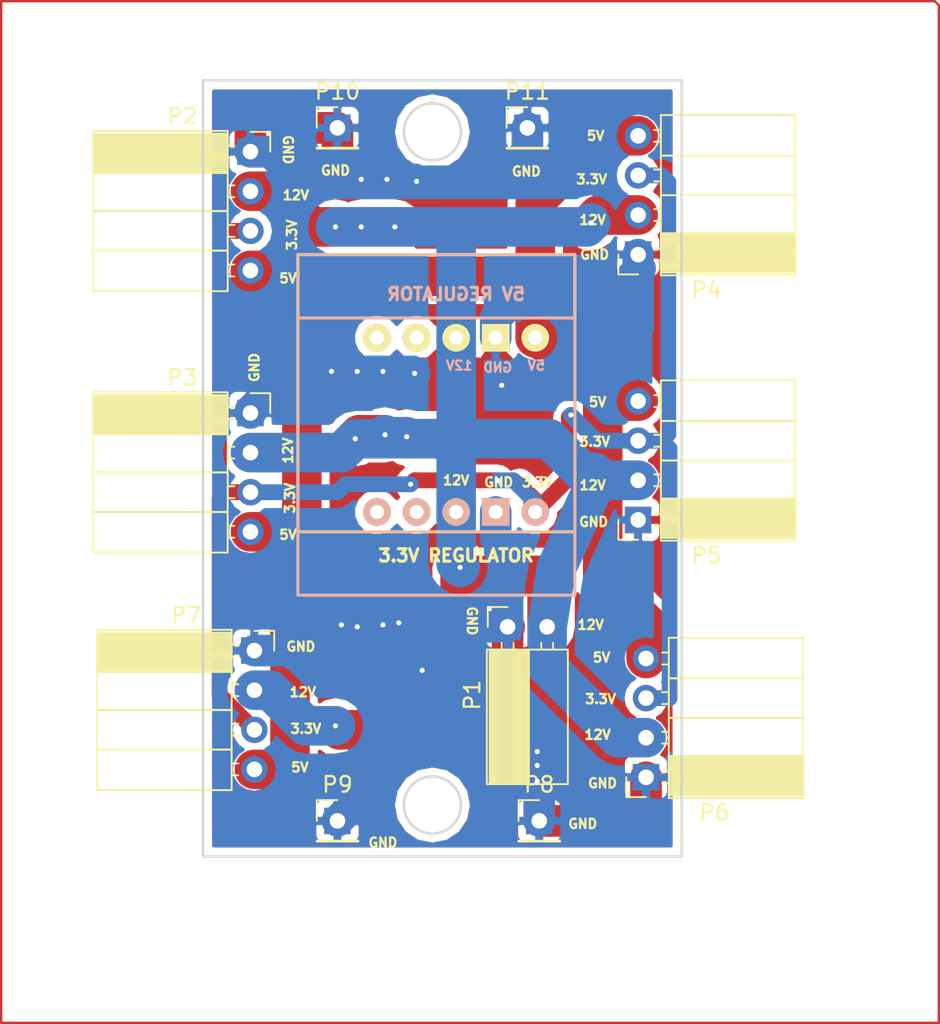
<source format=kicad_pcb>
(kicad_pcb (version 4) (host pcbnew 4.0.4-stable)

  (general
    (links 32)
    (no_connects 1)
    (area 135.306999 62.408999 166.191001 112.343001)
    (thickness 1.6)
    (drawings 66)
    (tracks 228)
    (zones 0)
    (modules 13)
    (nets 5)
  )

  (page A4)
  (layers
    (0 F.Cu signal)
    (31 B.Cu signal)
    (33 F.Adhes user)
    (34 B.Paste user)
    (35 F.Paste user)
    (36 B.SilkS user)
    (37 F.SilkS user)
    (38 B.Mask user)
    (39 F.Mask user)
    (40 Dwgs.User user)
    (41 Cmts.User user)
    (42 Eco1.User user)
    (43 Eco2.User user)
    (44 Edge.Cuts user)
    (45 Margin user)
    (47 F.CrtYd user)
    (49 F.Fab user)
  )

  (setup
    (last_trace_width 1.016)
    (trace_clearance 0.1524)
    (zone_clearance 0.508)
    (zone_45_only no)
    (trace_min 0.1524)
    (segment_width 0.2)
    (edge_width 0.15)
    (via_size 0.6858)
    (via_drill 0.3302)
    (via_min_size 0.6858)
    (via_min_drill 0.3302)
    (uvia_size 0.762)
    (uvia_drill 0.508)
    (uvias_allowed no)
    (uvia_min_size 0)
    (uvia_min_drill 0)
    (pcb_text_width 0.3)
    (pcb_text_size 1.5 1.5)
    (mod_edge_width 0.15)
    (mod_text_size 1 1)
    (mod_text_width 0.15)
    (pad_size 1.524 1.524)
    (pad_drill 0.762)
    (pad_to_mask_clearance 0.2)
    (aux_axis_origin 0 0)
    (visible_elements 7FFFFFFF)
    (pcbplotparams
      (layerselection 0x00030_80000001)
      (usegerberextensions false)
      (excludeedgelayer true)
      (linewidth 0.100000)
      (plotframeref false)
      (viasonmask false)
      (mode 1)
      (useauxorigin false)
      (hpglpennumber 1)
      (hpglpenspeed 20)
      (hpglpendiameter 15)
      (hpglpenoverlay 2)
      (psnegative false)
      (psa4output false)
      (plotreference true)
      (plotvalue true)
      (plotinvisibletext false)
      (padsonsilk false)
      (subtractmaskfromsilk false)
      (outputformat 1)
      (mirror false)
      (drillshape 1)
      (scaleselection 1)
      (outputdirectory ""))
  )

  (net 0 "")
  (net 1 /3.3V)
  (net 2 /12V)
  (net 3 GND)
  (net 4 /5V)

  (net_class Default "This is the default net class."
    (clearance 0.1524)
    (trace_width 1.016)
    (via_dia 0.6858)
    (via_drill 0.3302)
    (uvia_dia 0.762)
    (uvia_drill 0.508)
  )

  (net_class 3.3 ""
    (clearance 0.1524)
    (trace_width 1.016)
    (via_dia 0.6858)
    (via_drill 0.3302)
    (uvia_dia 0.762)
    (uvia_drill 0.508)
    (add_net /3.3V)
  )

  (net_class 5v ""
    (clearance 0.1524)
    (trace_width 2.54)
    (via_dia 0.6858)
    (via_drill 0.3302)
    (uvia_dia 0.762)
    (uvia_drill 0.508)
    (add_net /12V)
    (add_net /5V)
  )

  (net_class GND ""
    (clearance 0.1524)
    (trace_width 2.032)
    (via_dia 0.6858)
    (via_drill 0.3302)
    (uvia_dia 0.762)
    (uvia_drill 0.508)
    (add_net GND)
  )

  (module polol:5V_VOLTAGE_REGULATOR (layer B.Cu) (tedit 59FB4F42) (tstamp 58DAB97E)
    (at 151.638 83.82 180)
    (descr "Polulu 5V Step-Up/Step-Down Voltage REgulator S7V7F5 Footprint")
    (path /58C2ABD0)
    (solder_mask_margin 0.1)
    (fp_text reference "5V REGULATOR" (at 0 7.62 180) (layer B.SilkS)
      (effects (font (size 0.8 0.8) (thickness 0.2)) (justify mirror))
    )
    (fp_text value "" (at 0 0 180) (layer B.SilkS)
      (effects (font (size 1 0.9) (thickness 0.05)) (justify mirror))
    )
    (fp_line (start -7.62 -7.62) (end -5.08 -7.62) (layer B.SilkS) (width 0.15))
    (fp_line (start -5.08 -7.62) (end 10.16 -7.62) (layer B.SilkS) (width 0.15))
    (fp_line (start -7.62 10.16) (end 10.16 10.16) (layer B.SilkS) (width 0.15))
    (fp_line (start 10.16 10.16) (end 10.16 -7.62) (layer B.SilkS) (width 0.15))
    (fp_line (start -7.62 -7.62) (end -7.62 10.16) (layer B.SilkS) (width 0.15))
    (pad PG thru_hole circle (at 5.08 -6.35 180) (size 1.778 1.778) (drill 0.9) (layers *.Cu *.Mask B.SilkS)
      (solder_mask_margin 0.2))
    (pad SHDN thru_hole circle (at 2.54 -6.35 180) (size 1.778 1.778) (drill 0.9) (layers *.Cu *.Mask B.SilkS)
      (solder_mask_margin 0.2))
    (pad VOUT thru_hole circle (at -5.08 -6.35 180) (size 1.778 1.778) (drill 0.9) (layers *.Cu *.Mask B.SilkS)
      (net 1 /3.3V) (solder_mask_margin 0.2))
    (pad VIN thru_hole circle (at 0 -6.35 180) (size 1.778 1.778) (drill 0.9) (layers *.Cu *.Mask B.SilkS)
      (net 2 /12V) (solder_mask_margin 0.2))
    (pad GND thru_hole rect (at -2.54 -6.35 180) (size 1.778 1.778) (drill 0.9) (layers *.Cu *.Mask B.SilkS)
      (net 3 GND) (solder_mask_margin 0.2))
  )

  (module polol:5V_VOLTAGE_REGULATOR locked (layer F.Cu) (tedit 59FB4F16) (tstamp 58DAB98C)
    (at 151.638 85.344 180)
    (descr "Polulu 5V Step-Up/Step-Down Voltage REgulator S7V7F5 Footprint")
    (path /58C2AAD4)
    (solder_mask_margin 0.1)
    (fp_text reference "3.3V REGULATOR" (at 0 -7.62 180) (layer F.SilkS)
      (effects (font (size 0.8 0.8) (thickness 0.2)))
    )
    (fp_text value "" (at 0 0 180) (layer F.SilkS)
      (effects (font (size 1 0.9) (thickness 0.05)))
    )
    (fp_line (start -7.62 7.62) (end -5.08 7.62) (layer F.SilkS) (width 0.15))
    (fp_line (start -5.08 7.62) (end 10.16 7.62) (layer F.SilkS) (width 0.15))
    (fp_line (start -7.62 -10.16) (end 10.16 -10.16) (layer F.SilkS) (width 0.15))
    (fp_line (start 10.16 -10.16) (end 10.16 7.62) (layer F.SilkS) (width 0.15))
    (fp_line (start -7.62 7.62) (end -7.62 -10.16) (layer F.SilkS) (width 0.15))
    (pad PG thru_hole circle (at 5.08 6.35 180) (size 1.778 1.778) (drill 0.9) (layers *.Cu *.Mask F.SilkS)
      (solder_mask_margin 0.2))
    (pad SHDN thru_hole circle (at 2.54 6.35 180) (size 1.778 1.778) (drill 0.9) (layers *.Cu *.Mask F.SilkS)
      (solder_mask_margin 0.2))
    (pad VOUT thru_hole circle (at -5.08 6.35 180) (size 1.778 1.778) (drill 0.9) (layers *.Cu *.Mask F.SilkS)
      (net 4 /5V) (solder_mask_margin 0.2))
    (pad VIN thru_hole circle (at 0 6.35 180) (size 1.778 1.778) (drill 0.9) (layers *.Cu *.Mask F.SilkS)
      (net 2 /12V) (solder_mask_margin 0.2))
    (pad GND thru_hole rect (at -2.54 6.35 180) (size 1.778 1.778) (drill 0.9) (layers *.Cu *.Mask F.SilkS)
      (net 3 GND) (solder_mask_margin 0.2))
  )

  (module Socket_Strips:Socket_Strip_Angled_1x02_Pitch2.54mm (layer F.Cu) (tedit 58CD5446) (tstamp 58DAB9CB)
    (at 154.94 97.536 90)
    (descr "Through hole angled socket strip, 1x02, 2.54mm pitch, 8.51mm socket length, single row")
    (tags "Through hole angled socket strip THT 1x02 2.54mm single row")
    (path /58C2ACA6)
    (fp_text reference P1 (at -4.38 -2.27 90) (layer F.SilkS)
      (effects (font (size 1 1) (thickness 0.15)))
    )
    (fp_text value BATT (at -4.38 4.81 90) (layer F.Fab)
      (effects (font (size 1 1) (thickness 0.15)))
    )
    (fp_line (start -1.52 -1.27) (end -1.52 1.27) (layer F.Fab) (width 0.1))
    (fp_line (start -1.52 1.27) (end -10.03 1.27) (layer F.Fab) (width 0.1))
    (fp_line (start -10.03 1.27) (end -10.03 -1.27) (layer F.Fab) (width 0.1))
    (fp_line (start -10.03 -1.27) (end -1.52 -1.27) (layer F.Fab) (width 0.1))
    (fp_line (start 0 -0.32) (end 0 0.32) (layer F.Fab) (width 0.1))
    (fp_line (start 0 0.32) (end -1.52 0.32) (layer F.Fab) (width 0.1))
    (fp_line (start -1.52 0.32) (end -1.52 -0.32) (layer F.Fab) (width 0.1))
    (fp_line (start -1.52 -0.32) (end 0 -0.32) (layer F.Fab) (width 0.1))
    (fp_line (start -1.52 1.27) (end -1.52 3.81) (layer F.Fab) (width 0.1))
    (fp_line (start -1.52 3.81) (end -10.03 3.81) (layer F.Fab) (width 0.1))
    (fp_line (start -10.03 3.81) (end -10.03 1.27) (layer F.Fab) (width 0.1))
    (fp_line (start -10.03 1.27) (end -1.52 1.27) (layer F.Fab) (width 0.1))
    (fp_line (start 0 2.22) (end 0 2.86) (layer F.Fab) (width 0.1))
    (fp_line (start 0 2.86) (end -1.52 2.86) (layer F.Fab) (width 0.1))
    (fp_line (start -1.52 2.86) (end -1.52 2.22) (layer F.Fab) (width 0.1))
    (fp_line (start -1.52 2.22) (end 0 2.22) (layer F.Fab) (width 0.1))
    (fp_line (start -1.46 -1.33) (end -1.46 1.27) (layer F.SilkS) (width 0.12))
    (fp_line (start -1.46 1.27) (end -10.09 1.27) (layer F.SilkS) (width 0.12))
    (fp_line (start -10.09 1.27) (end -10.09 -1.33) (layer F.SilkS) (width 0.12))
    (fp_line (start -10.09 -1.33) (end -1.46 -1.33) (layer F.SilkS) (width 0.12))
    (fp_line (start -1.03 -0.38) (end -1.46 -0.38) (layer F.SilkS) (width 0.12))
    (fp_line (start -1.03 0.38) (end -1.46 0.38) (layer F.SilkS) (width 0.12))
    (fp_line (start -1.46 -1.15) (end -10.09 -1.15) (layer F.SilkS) (width 0.12))
    (fp_line (start -1.46 -1.03) (end -10.09 -1.03) (layer F.SilkS) (width 0.12))
    (fp_line (start -1.46 -0.91) (end -10.09 -0.91) (layer F.SilkS) (width 0.12))
    (fp_line (start -1.46 -0.79) (end -10.09 -0.79) (layer F.SilkS) (width 0.12))
    (fp_line (start -1.46 -0.67) (end -10.09 -0.67) (layer F.SilkS) (width 0.12))
    (fp_line (start -1.46 -0.55) (end -10.09 -0.55) (layer F.SilkS) (width 0.12))
    (fp_line (start -1.46 -0.43) (end -10.09 -0.43) (layer F.SilkS) (width 0.12))
    (fp_line (start -1.46 -0.31) (end -10.09 -0.31) (layer F.SilkS) (width 0.12))
    (fp_line (start -1.46 -0.19) (end -10.09 -0.19) (layer F.SilkS) (width 0.12))
    (fp_line (start -1.46 -0.07) (end -10.09 -0.07) (layer F.SilkS) (width 0.12))
    (fp_line (start -1.46 0.05) (end -10.09 0.05) (layer F.SilkS) (width 0.12))
    (fp_line (start -1.46 0.17) (end -10.09 0.17) (layer F.SilkS) (width 0.12))
    (fp_line (start -1.46 0.29) (end -10.09 0.29) (layer F.SilkS) (width 0.12))
    (fp_line (start -1.46 0.41) (end -10.09 0.41) (layer F.SilkS) (width 0.12))
    (fp_line (start -1.46 0.53) (end -10.09 0.53) (layer F.SilkS) (width 0.12))
    (fp_line (start -1.46 0.65) (end -10.09 0.65) (layer F.SilkS) (width 0.12))
    (fp_line (start -1.46 0.77) (end -10.09 0.77) (layer F.SilkS) (width 0.12))
    (fp_line (start -1.46 0.89) (end -10.09 0.89) (layer F.SilkS) (width 0.12))
    (fp_line (start -1.46 1.01) (end -10.09 1.01) (layer F.SilkS) (width 0.12))
    (fp_line (start -1.46 1.13) (end -10.09 1.13) (layer F.SilkS) (width 0.12))
    (fp_line (start -1.46 1.25) (end -10.09 1.25) (layer F.SilkS) (width 0.12))
    (fp_line (start -1.46 1.37) (end -10.09 1.37) (layer F.SilkS) (width 0.12))
    (fp_line (start -1.46 1.27) (end -1.46 3.87) (layer F.SilkS) (width 0.12))
    (fp_line (start -1.46 3.87) (end -10.09 3.87) (layer F.SilkS) (width 0.12))
    (fp_line (start -10.09 3.87) (end -10.09 1.27) (layer F.SilkS) (width 0.12))
    (fp_line (start -10.09 1.27) (end -1.46 1.27) (layer F.SilkS) (width 0.12))
    (fp_line (start -1.03 2.16) (end -1.46 2.16) (layer F.SilkS) (width 0.12))
    (fp_line (start -1.03 2.92) (end -1.46 2.92) (layer F.SilkS) (width 0.12))
    (fp_line (start 0 -1.27) (end 1.27 -1.27) (layer F.SilkS) (width 0.12))
    (fp_line (start 1.27 -1.27) (end 1.27 0) (layer F.SilkS) (width 0.12))
    (fp_line (start 1.8 -1.8) (end 1.8 4.35) (layer F.CrtYd) (width 0.05))
    (fp_line (start 1.8 4.35) (end -10.55 4.35) (layer F.CrtYd) (width 0.05))
    (fp_line (start -10.55 4.35) (end -10.55 -1.8) (layer F.CrtYd) (width 0.05))
    (fp_line (start -10.55 -1.8) (end 1.8 -1.8) (layer F.CrtYd) (width 0.05))
    (fp_text user %R (at -4.38 -2.27 90) (layer F.Fab)
      (effects (font (size 1 1) (thickness 0.15)))
    )
    (pad 1 thru_hole rect (at 0 0 90) (size 1.7 1.7) (drill 1) (layers *.Cu *.Mask)
      (net 3 GND))
    (pad 2 thru_hole oval (at 0 2.54 90) (size 1.7 1.7) (drill 1) (layers *.Cu *.Mask)
      (net 2 /12V))
    (model ${KISYS3DMOD}/Socket_Strips.3dshapes/Socket_Strip_Angled_1x02_Pitch2.54mm.wrl
      (at (xyz 0 -0.05 0))
      (scale (xyz 1 1 1))
      (rotate (xyz 0 0 270))
    )
  )

  (module Socket_Strips:Socket_Strip_Angled_1x04_Pitch2.54mm (layer F.Cu) (tedit 58CD5446) (tstamp 58DABA28)
    (at 138.43 67.056)
    (descr "Through hole angled socket strip, 1x04, 2.54mm pitch, 8.51mm socket length, single row")
    (tags "Through hole angled socket strip THT 1x04 2.54mm single row")
    (path /58C2AFC8)
    (fp_text reference P2 (at -4.38 -2.27) (layer F.SilkS)
      (effects (font (size 1 1) (thickness 0.15)))
    )
    (fp_text value CONN_01X04 (at -4.38 9.89) (layer F.Fab)
      (effects (font (size 1 1) (thickness 0.15)))
    )
    (fp_line (start -1.52 -1.27) (end -1.52 1.27) (layer F.Fab) (width 0.1))
    (fp_line (start -1.52 1.27) (end -10.03 1.27) (layer F.Fab) (width 0.1))
    (fp_line (start -10.03 1.27) (end -10.03 -1.27) (layer F.Fab) (width 0.1))
    (fp_line (start -10.03 -1.27) (end -1.52 -1.27) (layer F.Fab) (width 0.1))
    (fp_line (start 0 -0.32) (end 0 0.32) (layer F.Fab) (width 0.1))
    (fp_line (start 0 0.32) (end -1.52 0.32) (layer F.Fab) (width 0.1))
    (fp_line (start -1.52 0.32) (end -1.52 -0.32) (layer F.Fab) (width 0.1))
    (fp_line (start -1.52 -0.32) (end 0 -0.32) (layer F.Fab) (width 0.1))
    (fp_line (start -1.52 1.27) (end -1.52 3.81) (layer F.Fab) (width 0.1))
    (fp_line (start -1.52 3.81) (end -10.03 3.81) (layer F.Fab) (width 0.1))
    (fp_line (start -10.03 3.81) (end -10.03 1.27) (layer F.Fab) (width 0.1))
    (fp_line (start -10.03 1.27) (end -1.52 1.27) (layer F.Fab) (width 0.1))
    (fp_line (start 0 2.22) (end 0 2.86) (layer F.Fab) (width 0.1))
    (fp_line (start 0 2.86) (end -1.52 2.86) (layer F.Fab) (width 0.1))
    (fp_line (start -1.52 2.86) (end -1.52 2.22) (layer F.Fab) (width 0.1))
    (fp_line (start -1.52 2.22) (end 0 2.22) (layer F.Fab) (width 0.1))
    (fp_line (start -1.52 3.81) (end -1.52 6.35) (layer F.Fab) (width 0.1))
    (fp_line (start -1.52 6.35) (end -10.03 6.35) (layer F.Fab) (width 0.1))
    (fp_line (start -10.03 6.35) (end -10.03 3.81) (layer F.Fab) (width 0.1))
    (fp_line (start -10.03 3.81) (end -1.52 3.81) (layer F.Fab) (width 0.1))
    (fp_line (start 0 4.76) (end 0 5.4) (layer F.Fab) (width 0.1))
    (fp_line (start 0 5.4) (end -1.52 5.4) (layer F.Fab) (width 0.1))
    (fp_line (start -1.52 5.4) (end -1.52 4.76) (layer F.Fab) (width 0.1))
    (fp_line (start -1.52 4.76) (end 0 4.76) (layer F.Fab) (width 0.1))
    (fp_line (start -1.52 6.35) (end -1.52 8.89) (layer F.Fab) (width 0.1))
    (fp_line (start -1.52 8.89) (end -10.03 8.89) (layer F.Fab) (width 0.1))
    (fp_line (start -10.03 8.89) (end -10.03 6.35) (layer F.Fab) (width 0.1))
    (fp_line (start -10.03 6.35) (end -1.52 6.35) (layer F.Fab) (width 0.1))
    (fp_line (start 0 7.3) (end 0 7.94) (layer F.Fab) (width 0.1))
    (fp_line (start 0 7.94) (end -1.52 7.94) (layer F.Fab) (width 0.1))
    (fp_line (start -1.52 7.94) (end -1.52 7.3) (layer F.Fab) (width 0.1))
    (fp_line (start -1.52 7.3) (end 0 7.3) (layer F.Fab) (width 0.1))
    (fp_line (start -1.46 -1.33) (end -1.46 1.27) (layer F.SilkS) (width 0.12))
    (fp_line (start -1.46 1.27) (end -10.09 1.27) (layer F.SilkS) (width 0.12))
    (fp_line (start -10.09 1.27) (end -10.09 -1.33) (layer F.SilkS) (width 0.12))
    (fp_line (start -10.09 -1.33) (end -1.46 -1.33) (layer F.SilkS) (width 0.12))
    (fp_line (start -1.03 -0.38) (end -1.46 -0.38) (layer F.SilkS) (width 0.12))
    (fp_line (start -1.03 0.38) (end -1.46 0.38) (layer F.SilkS) (width 0.12))
    (fp_line (start -1.46 -1.15) (end -10.09 -1.15) (layer F.SilkS) (width 0.12))
    (fp_line (start -1.46 -1.03) (end -10.09 -1.03) (layer F.SilkS) (width 0.12))
    (fp_line (start -1.46 -0.91) (end -10.09 -0.91) (layer F.SilkS) (width 0.12))
    (fp_line (start -1.46 -0.79) (end -10.09 -0.79) (layer F.SilkS) (width 0.12))
    (fp_line (start -1.46 -0.67) (end -10.09 -0.67) (layer F.SilkS) (width 0.12))
    (fp_line (start -1.46 -0.55) (end -10.09 -0.55) (layer F.SilkS) (width 0.12))
    (fp_line (start -1.46 -0.43) (end -10.09 -0.43) (layer F.SilkS) (width 0.12))
    (fp_line (start -1.46 -0.31) (end -10.09 -0.31) (layer F.SilkS) (width 0.12))
    (fp_line (start -1.46 -0.19) (end -10.09 -0.19) (layer F.SilkS) (width 0.12))
    (fp_line (start -1.46 -0.07) (end -10.09 -0.07) (layer F.SilkS) (width 0.12))
    (fp_line (start -1.46 0.05) (end -10.09 0.05) (layer F.SilkS) (width 0.12))
    (fp_line (start -1.46 0.17) (end -10.09 0.17) (layer F.SilkS) (width 0.12))
    (fp_line (start -1.46 0.29) (end -10.09 0.29) (layer F.SilkS) (width 0.12))
    (fp_line (start -1.46 0.41) (end -10.09 0.41) (layer F.SilkS) (width 0.12))
    (fp_line (start -1.46 0.53) (end -10.09 0.53) (layer F.SilkS) (width 0.12))
    (fp_line (start -1.46 0.65) (end -10.09 0.65) (layer F.SilkS) (width 0.12))
    (fp_line (start -1.46 0.77) (end -10.09 0.77) (layer F.SilkS) (width 0.12))
    (fp_line (start -1.46 0.89) (end -10.09 0.89) (layer F.SilkS) (width 0.12))
    (fp_line (start -1.46 1.01) (end -10.09 1.01) (layer F.SilkS) (width 0.12))
    (fp_line (start -1.46 1.13) (end -10.09 1.13) (layer F.SilkS) (width 0.12))
    (fp_line (start -1.46 1.25) (end -10.09 1.25) (layer F.SilkS) (width 0.12))
    (fp_line (start -1.46 1.37) (end -10.09 1.37) (layer F.SilkS) (width 0.12))
    (fp_line (start -1.46 1.27) (end -1.46 3.81) (layer F.SilkS) (width 0.12))
    (fp_line (start -1.46 3.81) (end -10.09 3.81) (layer F.SilkS) (width 0.12))
    (fp_line (start -10.09 3.81) (end -10.09 1.27) (layer F.SilkS) (width 0.12))
    (fp_line (start -10.09 1.27) (end -1.46 1.27) (layer F.SilkS) (width 0.12))
    (fp_line (start -1.03 2.16) (end -1.46 2.16) (layer F.SilkS) (width 0.12))
    (fp_line (start -1.03 2.92) (end -1.46 2.92) (layer F.SilkS) (width 0.12))
    (fp_line (start -1.46 3.81) (end -1.46 6.35) (layer F.SilkS) (width 0.12))
    (fp_line (start -1.46 6.35) (end -10.09 6.35) (layer F.SilkS) (width 0.12))
    (fp_line (start -10.09 6.35) (end -10.09 3.81) (layer F.SilkS) (width 0.12))
    (fp_line (start -10.09 3.81) (end -1.46 3.81) (layer F.SilkS) (width 0.12))
    (fp_line (start -1.03 4.7) (end -1.46 4.7) (layer F.SilkS) (width 0.12))
    (fp_line (start -1.03 5.46) (end -1.46 5.46) (layer F.SilkS) (width 0.12))
    (fp_line (start -1.46 6.35) (end -1.46 8.95) (layer F.SilkS) (width 0.12))
    (fp_line (start -1.46 8.95) (end -10.09 8.95) (layer F.SilkS) (width 0.12))
    (fp_line (start -10.09 8.95) (end -10.09 6.35) (layer F.SilkS) (width 0.12))
    (fp_line (start -10.09 6.35) (end -1.46 6.35) (layer F.SilkS) (width 0.12))
    (fp_line (start -1.03 7.24) (end -1.46 7.24) (layer F.SilkS) (width 0.12))
    (fp_line (start -1.03 8) (end -1.46 8) (layer F.SilkS) (width 0.12))
    (fp_line (start 0 -1.27) (end 1.27 -1.27) (layer F.SilkS) (width 0.12))
    (fp_line (start 1.27 -1.27) (end 1.27 0) (layer F.SilkS) (width 0.12))
    (fp_line (start 1.8 -1.8) (end 1.8 9.4) (layer F.CrtYd) (width 0.05))
    (fp_line (start 1.8 9.4) (end -10.55 9.4) (layer F.CrtYd) (width 0.05))
    (fp_line (start -10.55 9.4) (end -10.55 -1.8) (layer F.CrtYd) (width 0.05))
    (fp_line (start -10.55 -1.8) (end 1.8 -1.8) (layer F.CrtYd) (width 0.05))
    (fp_text user %R (at -4.38 -2.27) (layer F.Fab)
      (effects (font (size 1 1) (thickness 0.15)))
    )
    (pad 1 thru_hole rect (at 0 0) (size 1.7 1.7) (drill 1) (layers *.Cu *.Mask)
      (net 3 GND))
    (pad 2 thru_hole oval (at 0 2.54) (size 1.7 1.7) (drill 1) (layers *.Cu *.Mask)
      (net 2 /12V))
    (pad 3 thru_hole oval (at 0 5.08) (size 1.7 1.7) (drill 1) (layers *.Cu *.Mask)
      (net 1 /3.3V))
    (pad 4 thru_hole oval (at 0 7.62) (size 1.7 1.7) (drill 1) (layers *.Cu *.Mask)
      (net 4 /5V))
    (model ${KISYS3DMOD}/Socket_Strips.3dshapes/Socket_Strip_Angled_1x04_Pitch2.54mm.wrl
      (at (xyz 0 -0.15 0))
      (scale (xyz 1 1 1))
      (rotate (xyz 0 0 270))
    )
  )

  (module Socket_Strips:Socket_Strip_Angled_1x04_Pitch2.54mm (layer F.Cu) (tedit 58CD5446) (tstamp 58DABA85)
    (at 138.43 83.82)
    (descr "Through hole angled socket strip, 1x04, 2.54mm pitch, 8.51mm socket length, single row")
    (tags "Through hole angled socket strip THT 1x04 2.54mm single row")
    (path /58C2AE95)
    (fp_text reference P3 (at -4.38 -2.27) (layer F.SilkS)
      (effects (font (size 1 1) (thickness 0.15)))
    )
    (fp_text value CONN_01X04 (at -4.38 9.89) (layer F.Fab)
      (effects (font (size 1 1) (thickness 0.15)))
    )
    (fp_line (start -1.52 -1.27) (end -1.52 1.27) (layer F.Fab) (width 0.1))
    (fp_line (start -1.52 1.27) (end -10.03 1.27) (layer F.Fab) (width 0.1))
    (fp_line (start -10.03 1.27) (end -10.03 -1.27) (layer F.Fab) (width 0.1))
    (fp_line (start -10.03 -1.27) (end -1.52 -1.27) (layer F.Fab) (width 0.1))
    (fp_line (start 0 -0.32) (end 0 0.32) (layer F.Fab) (width 0.1))
    (fp_line (start 0 0.32) (end -1.52 0.32) (layer F.Fab) (width 0.1))
    (fp_line (start -1.52 0.32) (end -1.52 -0.32) (layer F.Fab) (width 0.1))
    (fp_line (start -1.52 -0.32) (end 0 -0.32) (layer F.Fab) (width 0.1))
    (fp_line (start -1.52 1.27) (end -1.52 3.81) (layer F.Fab) (width 0.1))
    (fp_line (start -1.52 3.81) (end -10.03 3.81) (layer F.Fab) (width 0.1))
    (fp_line (start -10.03 3.81) (end -10.03 1.27) (layer F.Fab) (width 0.1))
    (fp_line (start -10.03 1.27) (end -1.52 1.27) (layer F.Fab) (width 0.1))
    (fp_line (start 0 2.22) (end 0 2.86) (layer F.Fab) (width 0.1))
    (fp_line (start 0 2.86) (end -1.52 2.86) (layer F.Fab) (width 0.1))
    (fp_line (start -1.52 2.86) (end -1.52 2.22) (layer F.Fab) (width 0.1))
    (fp_line (start -1.52 2.22) (end 0 2.22) (layer F.Fab) (width 0.1))
    (fp_line (start -1.52 3.81) (end -1.52 6.35) (layer F.Fab) (width 0.1))
    (fp_line (start -1.52 6.35) (end -10.03 6.35) (layer F.Fab) (width 0.1))
    (fp_line (start -10.03 6.35) (end -10.03 3.81) (layer F.Fab) (width 0.1))
    (fp_line (start -10.03 3.81) (end -1.52 3.81) (layer F.Fab) (width 0.1))
    (fp_line (start 0 4.76) (end 0 5.4) (layer F.Fab) (width 0.1))
    (fp_line (start 0 5.4) (end -1.52 5.4) (layer F.Fab) (width 0.1))
    (fp_line (start -1.52 5.4) (end -1.52 4.76) (layer F.Fab) (width 0.1))
    (fp_line (start -1.52 4.76) (end 0 4.76) (layer F.Fab) (width 0.1))
    (fp_line (start -1.52 6.35) (end -1.52 8.89) (layer F.Fab) (width 0.1))
    (fp_line (start -1.52 8.89) (end -10.03 8.89) (layer F.Fab) (width 0.1))
    (fp_line (start -10.03 8.89) (end -10.03 6.35) (layer F.Fab) (width 0.1))
    (fp_line (start -10.03 6.35) (end -1.52 6.35) (layer F.Fab) (width 0.1))
    (fp_line (start 0 7.3) (end 0 7.94) (layer F.Fab) (width 0.1))
    (fp_line (start 0 7.94) (end -1.52 7.94) (layer F.Fab) (width 0.1))
    (fp_line (start -1.52 7.94) (end -1.52 7.3) (layer F.Fab) (width 0.1))
    (fp_line (start -1.52 7.3) (end 0 7.3) (layer F.Fab) (width 0.1))
    (fp_line (start -1.46 -1.33) (end -1.46 1.27) (layer F.SilkS) (width 0.12))
    (fp_line (start -1.46 1.27) (end -10.09 1.27) (layer F.SilkS) (width 0.12))
    (fp_line (start -10.09 1.27) (end -10.09 -1.33) (layer F.SilkS) (width 0.12))
    (fp_line (start -10.09 -1.33) (end -1.46 -1.33) (layer F.SilkS) (width 0.12))
    (fp_line (start -1.03 -0.38) (end -1.46 -0.38) (layer F.SilkS) (width 0.12))
    (fp_line (start -1.03 0.38) (end -1.46 0.38) (layer F.SilkS) (width 0.12))
    (fp_line (start -1.46 -1.15) (end -10.09 -1.15) (layer F.SilkS) (width 0.12))
    (fp_line (start -1.46 -1.03) (end -10.09 -1.03) (layer F.SilkS) (width 0.12))
    (fp_line (start -1.46 -0.91) (end -10.09 -0.91) (layer F.SilkS) (width 0.12))
    (fp_line (start -1.46 -0.79) (end -10.09 -0.79) (layer F.SilkS) (width 0.12))
    (fp_line (start -1.46 -0.67) (end -10.09 -0.67) (layer F.SilkS) (width 0.12))
    (fp_line (start -1.46 -0.55) (end -10.09 -0.55) (layer F.SilkS) (width 0.12))
    (fp_line (start -1.46 -0.43) (end -10.09 -0.43) (layer F.SilkS) (width 0.12))
    (fp_line (start -1.46 -0.31) (end -10.09 -0.31) (layer F.SilkS) (width 0.12))
    (fp_line (start -1.46 -0.19) (end -10.09 -0.19) (layer F.SilkS) (width 0.12))
    (fp_line (start -1.46 -0.07) (end -10.09 -0.07) (layer F.SilkS) (width 0.12))
    (fp_line (start -1.46 0.05) (end -10.09 0.05) (layer F.SilkS) (width 0.12))
    (fp_line (start -1.46 0.17) (end -10.09 0.17) (layer F.SilkS) (width 0.12))
    (fp_line (start -1.46 0.29) (end -10.09 0.29) (layer F.SilkS) (width 0.12))
    (fp_line (start -1.46 0.41) (end -10.09 0.41) (layer F.SilkS) (width 0.12))
    (fp_line (start -1.46 0.53) (end -10.09 0.53) (layer F.SilkS) (width 0.12))
    (fp_line (start -1.46 0.65) (end -10.09 0.65) (layer F.SilkS) (width 0.12))
    (fp_line (start -1.46 0.77) (end -10.09 0.77) (layer F.SilkS) (width 0.12))
    (fp_line (start -1.46 0.89) (end -10.09 0.89) (layer F.SilkS) (width 0.12))
    (fp_line (start -1.46 1.01) (end -10.09 1.01) (layer F.SilkS) (width 0.12))
    (fp_line (start -1.46 1.13) (end -10.09 1.13) (layer F.SilkS) (width 0.12))
    (fp_line (start -1.46 1.25) (end -10.09 1.25) (layer F.SilkS) (width 0.12))
    (fp_line (start -1.46 1.37) (end -10.09 1.37) (layer F.SilkS) (width 0.12))
    (fp_line (start -1.46 1.27) (end -1.46 3.81) (layer F.SilkS) (width 0.12))
    (fp_line (start -1.46 3.81) (end -10.09 3.81) (layer F.SilkS) (width 0.12))
    (fp_line (start -10.09 3.81) (end -10.09 1.27) (layer F.SilkS) (width 0.12))
    (fp_line (start -10.09 1.27) (end -1.46 1.27) (layer F.SilkS) (width 0.12))
    (fp_line (start -1.03 2.16) (end -1.46 2.16) (layer F.SilkS) (width 0.12))
    (fp_line (start -1.03 2.92) (end -1.46 2.92) (layer F.SilkS) (width 0.12))
    (fp_line (start -1.46 3.81) (end -1.46 6.35) (layer F.SilkS) (width 0.12))
    (fp_line (start -1.46 6.35) (end -10.09 6.35) (layer F.SilkS) (width 0.12))
    (fp_line (start -10.09 6.35) (end -10.09 3.81) (layer F.SilkS) (width 0.12))
    (fp_line (start -10.09 3.81) (end -1.46 3.81) (layer F.SilkS) (width 0.12))
    (fp_line (start -1.03 4.7) (end -1.46 4.7) (layer F.SilkS) (width 0.12))
    (fp_line (start -1.03 5.46) (end -1.46 5.46) (layer F.SilkS) (width 0.12))
    (fp_line (start -1.46 6.35) (end -1.46 8.95) (layer F.SilkS) (width 0.12))
    (fp_line (start -1.46 8.95) (end -10.09 8.95) (layer F.SilkS) (width 0.12))
    (fp_line (start -10.09 8.95) (end -10.09 6.35) (layer F.SilkS) (width 0.12))
    (fp_line (start -10.09 6.35) (end -1.46 6.35) (layer F.SilkS) (width 0.12))
    (fp_line (start -1.03 7.24) (end -1.46 7.24) (layer F.SilkS) (width 0.12))
    (fp_line (start -1.03 8) (end -1.46 8) (layer F.SilkS) (width 0.12))
    (fp_line (start 0 -1.27) (end 1.27 -1.27) (layer F.SilkS) (width 0.12))
    (fp_line (start 1.27 -1.27) (end 1.27 0) (layer F.SilkS) (width 0.12))
    (fp_line (start 1.8 -1.8) (end 1.8 9.4) (layer F.CrtYd) (width 0.05))
    (fp_line (start 1.8 9.4) (end -10.55 9.4) (layer F.CrtYd) (width 0.05))
    (fp_line (start -10.55 9.4) (end -10.55 -1.8) (layer F.CrtYd) (width 0.05))
    (fp_line (start -10.55 -1.8) (end 1.8 -1.8) (layer F.CrtYd) (width 0.05))
    (fp_text user %R (at -4.38 -2.27) (layer F.Fab)
      (effects (font (size 1 1) (thickness 0.15)))
    )
    (pad 1 thru_hole rect (at 0 0) (size 1.7 1.7) (drill 1) (layers *.Cu *.Mask)
      (net 3 GND))
    (pad 2 thru_hole oval (at 0 2.54) (size 1.7 1.7) (drill 1) (layers *.Cu *.Mask)
      (net 2 /12V))
    (pad 3 thru_hole oval (at 0 5.08) (size 1.7 1.7) (drill 1) (layers *.Cu *.Mask)
      (net 1 /3.3V))
    (pad 4 thru_hole oval (at 0 7.62) (size 1.7 1.7) (drill 1) (layers *.Cu *.Mask)
      (net 4 /5V))
    (model ${KISYS3DMOD}/Socket_Strips.3dshapes/Socket_Strip_Angled_1x04_Pitch2.54mm.wrl
      (at (xyz 0 -0.15 0))
      (scale (xyz 1 1 1))
      (rotate (xyz 0 0 270))
    )
  )

  (module Socket_Strips:Socket_Strip_Angled_1x04_Pitch2.54mm (layer F.Cu) (tedit 58CD5446) (tstamp 58DABAE2)
    (at 163.322 73.66 180)
    (descr "Through hole angled socket strip, 1x04, 2.54mm pitch, 8.51mm socket length, single row")
    (tags "Through hole angled socket strip THT 1x04 2.54mm single row")
    (path /58C2AD03)
    (fp_text reference P4 (at -4.38 -2.27 180) (layer F.SilkS)
      (effects (font (size 1 1) (thickness 0.15)))
    )
    (fp_text value CONN_01X04 (at -4.38 9.89 180) (layer F.Fab)
      (effects (font (size 1 1) (thickness 0.15)))
    )
    (fp_line (start -1.52 -1.27) (end -1.52 1.27) (layer F.Fab) (width 0.1))
    (fp_line (start -1.52 1.27) (end -10.03 1.27) (layer F.Fab) (width 0.1))
    (fp_line (start -10.03 1.27) (end -10.03 -1.27) (layer F.Fab) (width 0.1))
    (fp_line (start -10.03 -1.27) (end -1.52 -1.27) (layer F.Fab) (width 0.1))
    (fp_line (start 0 -0.32) (end 0 0.32) (layer F.Fab) (width 0.1))
    (fp_line (start 0 0.32) (end -1.52 0.32) (layer F.Fab) (width 0.1))
    (fp_line (start -1.52 0.32) (end -1.52 -0.32) (layer F.Fab) (width 0.1))
    (fp_line (start -1.52 -0.32) (end 0 -0.32) (layer F.Fab) (width 0.1))
    (fp_line (start -1.52 1.27) (end -1.52 3.81) (layer F.Fab) (width 0.1))
    (fp_line (start -1.52 3.81) (end -10.03 3.81) (layer F.Fab) (width 0.1))
    (fp_line (start -10.03 3.81) (end -10.03 1.27) (layer F.Fab) (width 0.1))
    (fp_line (start -10.03 1.27) (end -1.52 1.27) (layer F.Fab) (width 0.1))
    (fp_line (start 0 2.22) (end 0 2.86) (layer F.Fab) (width 0.1))
    (fp_line (start 0 2.86) (end -1.52 2.86) (layer F.Fab) (width 0.1))
    (fp_line (start -1.52 2.86) (end -1.52 2.22) (layer F.Fab) (width 0.1))
    (fp_line (start -1.52 2.22) (end 0 2.22) (layer F.Fab) (width 0.1))
    (fp_line (start -1.52 3.81) (end -1.52 6.35) (layer F.Fab) (width 0.1))
    (fp_line (start -1.52 6.35) (end -10.03 6.35) (layer F.Fab) (width 0.1))
    (fp_line (start -10.03 6.35) (end -10.03 3.81) (layer F.Fab) (width 0.1))
    (fp_line (start -10.03 3.81) (end -1.52 3.81) (layer F.Fab) (width 0.1))
    (fp_line (start 0 4.76) (end 0 5.4) (layer F.Fab) (width 0.1))
    (fp_line (start 0 5.4) (end -1.52 5.4) (layer F.Fab) (width 0.1))
    (fp_line (start -1.52 5.4) (end -1.52 4.76) (layer F.Fab) (width 0.1))
    (fp_line (start -1.52 4.76) (end 0 4.76) (layer F.Fab) (width 0.1))
    (fp_line (start -1.52 6.35) (end -1.52 8.89) (layer F.Fab) (width 0.1))
    (fp_line (start -1.52 8.89) (end -10.03 8.89) (layer F.Fab) (width 0.1))
    (fp_line (start -10.03 8.89) (end -10.03 6.35) (layer F.Fab) (width 0.1))
    (fp_line (start -10.03 6.35) (end -1.52 6.35) (layer F.Fab) (width 0.1))
    (fp_line (start 0 7.3) (end 0 7.94) (layer F.Fab) (width 0.1))
    (fp_line (start 0 7.94) (end -1.52 7.94) (layer F.Fab) (width 0.1))
    (fp_line (start -1.52 7.94) (end -1.52 7.3) (layer F.Fab) (width 0.1))
    (fp_line (start -1.52 7.3) (end 0 7.3) (layer F.Fab) (width 0.1))
    (fp_line (start -1.46 -1.33) (end -1.46 1.27) (layer F.SilkS) (width 0.12))
    (fp_line (start -1.46 1.27) (end -10.09 1.27) (layer F.SilkS) (width 0.12))
    (fp_line (start -10.09 1.27) (end -10.09 -1.33) (layer F.SilkS) (width 0.12))
    (fp_line (start -10.09 -1.33) (end -1.46 -1.33) (layer F.SilkS) (width 0.12))
    (fp_line (start -1.03 -0.38) (end -1.46 -0.38) (layer F.SilkS) (width 0.12))
    (fp_line (start -1.03 0.38) (end -1.46 0.38) (layer F.SilkS) (width 0.12))
    (fp_line (start -1.46 -1.15) (end -10.09 -1.15) (layer F.SilkS) (width 0.12))
    (fp_line (start -1.46 -1.03) (end -10.09 -1.03) (layer F.SilkS) (width 0.12))
    (fp_line (start -1.46 -0.91) (end -10.09 -0.91) (layer F.SilkS) (width 0.12))
    (fp_line (start -1.46 -0.79) (end -10.09 -0.79) (layer F.SilkS) (width 0.12))
    (fp_line (start -1.46 -0.67) (end -10.09 -0.67) (layer F.SilkS) (width 0.12))
    (fp_line (start -1.46 -0.55) (end -10.09 -0.55) (layer F.SilkS) (width 0.12))
    (fp_line (start -1.46 -0.43) (end -10.09 -0.43) (layer F.SilkS) (width 0.12))
    (fp_line (start -1.46 -0.31) (end -10.09 -0.31) (layer F.SilkS) (width 0.12))
    (fp_line (start -1.46 -0.19) (end -10.09 -0.19) (layer F.SilkS) (width 0.12))
    (fp_line (start -1.46 -0.07) (end -10.09 -0.07) (layer F.SilkS) (width 0.12))
    (fp_line (start -1.46 0.05) (end -10.09 0.05) (layer F.SilkS) (width 0.12))
    (fp_line (start -1.46 0.17) (end -10.09 0.17) (layer F.SilkS) (width 0.12))
    (fp_line (start -1.46 0.29) (end -10.09 0.29) (layer F.SilkS) (width 0.12))
    (fp_line (start -1.46 0.41) (end -10.09 0.41) (layer F.SilkS) (width 0.12))
    (fp_line (start -1.46 0.53) (end -10.09 0.53) (layer F.SilkS) (width 0.12))
    (fp_line (start -1.46 0.65) (end -10.09 0.65) (layer F.SilkS) (width 0.12))
    (fp_line (start -1.46 0.77) (end -10.09 0.77) (layer F.SilkS) (width 0.12))
    (fp_line (start -1.46 0.89) (end -10.09 0.89) (layer F.SilkS) (width 0.12))
    (fp_line (start -1.46 1.01) (end -10.09 1.01) (layer F.SilkS) (width 0.12))
    (fp_line (start -1.46 1.13) (end -10.09 1.13) (layer F.SilkS) (width 0.12))
    (fp_line (start -1.46 1.25) (end -10.09 1.25) (layer F.SilkS) (width 0.12))
    (fp_line (start -1.46 1.37) (end -10.09 1.37) (layer F.SilkS) (width 0.12))
    (fp_line (start -1.46 1.27) (end -1.46 3.81) (layer F.SilkS) (width 0.12))
    (fp_line (start -1.46 3.81) (end -10.09 3.81) (layer F.SilkS) (width 0.12))
    (fp_line (start -10.09 3.81) (end -10.09 1.27) (layer F.SilkS) (width 0.12))
    (fp_line (start -10.09 1.27) (end -1.46 1.27) (layer F.SilkS) (width 0.12))
    (fp_line (start -1.03 2.16) (end -1.46 2.16) (layer F.SilkS) (width 0.12))
    (fp_line (start -1.03 2.92) (end -1.46 2.92) (layer F.SilkS) (width 0.12))
    (fp_line (start -1.46 3.81) (end -1.46 6.35) (layer F.SilkS) (width 0.12))
    (fp_line (start -1.46 6.35) (end -10.09 6.35) (layer F.SilkS) (width 0.12))
    (fp_line (start -10.09 6.35) (end -10.09 3.81) (layer F.SilkS) (width 0.12))
    (fp_line (start -10.09 3.81) (end -1.46 3.81) (layer F.SilkS) (width 0.12))
    (fp_line (start -1.03 4.7) (end -1.46 4.7) (layer F.SilkS) (width 0.12))
    (fp_line (start -1.03 5.46) (end -1.46 5.46) (layer F.SilkS) (width 0.12))
    (fp_line (start -1.46 6.35) (end -1.46 8.95) (layer F.SilkS) (width 0.12))
    (fp_line (start -1.46 8.95) (end -10.09 8.95) (layer F.SilkS) (width 0.12))
    (fp_line (start -10.09 8.95) (end -10.09 6.35) (layer F.SilkS) (width 0.12))
    (fp_line (start -10.09 6.35) (end -1.46 6.35) (layer F.SilkS) (width 0.12))
    (fp_line (start -1.03 7.24) (end -1.46 7.24) (layer F.SilkS) (width 0.12))
    (fp_line (start -1.03 8) (end -1.46 8) (layer F.SilkS) (width 0.12))
    (fp_line (start 0 -1.27) (end 1.27 -1.27) (layer F.SilkS) (width 0.12))
    (fp_line (start 1.27 -1.27) (end 1.27 0) (layer F.SilkS) (width 0.12))
    (fp_line (start 1.8 -1.8) (end 1.8 9.4) (layer F.CrtYd) (width 0.05))
    (fp_line (start 1.8 9.4) (end -10.55 9.4) (layer F.CrtYd) (width 0.05))
    (fp_line (start -10.55 9.4) (end -10.55 -1.8) (layer F.CrtYd) (width 0.05))
    (fp_line (start -10.55 -1.8) (end 1.8 -1.8) (layer F.CrtYd) (width 0.05))
    (fp_text user %R (at -4.38 -2.27 180) (layer F.Fab)
      (effects (font (size 1 1) (thickness 0.15)))
    )
    (pad 1 thru_hole rect (at 0 0 180) (size 1.7 1.7) (drill 1) (layers *.Cu *.Mask)
      (net 3 GND))
    (pad 2 thru_hole oval (at 0 2.54 180) (size 1.7 1.7) (drill 1) (layers *.Cu *.Mask)
      (net 2 /12V))
    (pad 3 thru_hole oval (at 0 5.08 180) (size 1.7 1.7) (drill 1) (layers *.Cu *.Mask)
      (net 1 /3.3V))
    (pad 4 thru_hole oval (at 0 7.62 180) (size 1.7 1.7) (drill 1) (layers *.Cu *.Mask)
      (net 4 /5V))
    (model ${KISYS3DMOD}/Socket_Strips.3dshapes/Socket_Strip_Angled_1x04_Pitch2.54mm.wrl
      (at (xyz 0 -0.15 0))
      (scale (xyz 1 1 1))
      (rotate (xyz 0 0 270))
    )
  )

  (module Socket_Strips:Socket_Strip_Angled_1x04_Pitch2.54mm (layer F.Cu) (tedit 58CD5446) (tstamp 58DABB3F)
    (at 163.322 90.678 180)
    (descr "Through hole angled socket strip, 1x04, 2.54mm pitch, 8.51mm socket length, single row")
    (tags "Through hole angled socket strip THT 1x04 2.54mm single row")
    (path /58C2ADD4)
    (fp_text reference P5 (at -4.38 -2.27 180) (layer F.SilkS)
      (effects (font (size 1 1) (thickness 0.15)))
    )
    (fp_text value CONN_01X04 (at -4.38 9.89 180) (layer F.Fab)
      (effects (font (size 1 1) (thickness 0.15)))
    )
    (fp_line (start -1.52 -1.27) (end -1.52 1.27) (layer F.Fab) (width 0.1))
    (fp_line (start -1.52 1.27) (end -10.03 1.27) (layer F.Fab) (width 0.1))
    (fp_line (start -10.03 1.27) (end -10.03 -1.27) (layer F.Fab) (width 0.1))
    (fp_line (start -10.03 -1.27) (end -1.52 -1.27) (layer F.Fab) (width 0.1))
    (fp_line (start 0 -0.32) (end 0 0.32) (layer F.Fab) (width 0.1))
    (fp_line (start 0 0.32) (end -1.52 0.32) (layer F.Fab) (width 0.1))
    (fp_line (start -1.52 0.32) (end -1.52 -0.32) (layer F.Fab) (width 0.1))
    (fp_line (start -1.52 -0.32) (end 0 -0.32) (layer F.Fab) (width 0.1))
    (fp_line (start -1.52 1.27) (end -1.52 3.81) (layer F.Fab) (width 0.1))
    (fp_line (start -1.52 3.81) (end -10.03 3.81) (layer F.Fab) (width 0.1))
    (fp_line (start -10.03 3.81) (end -10.03 1.27) (layer F.Fab) (width 0.1))
    (fp_line (start -10.03 1.27) (end -1.52 1.27) (layer F.Fab) (width 0.1))
    (fp_line (start 0 2.22) (end 0 2.86) (layer F.Fab) (width 0.1))
    (fp_line (start 0 2.86) (end -1.52 2.86) (layer F.Fab) (width 0.1))
    (fp_line (start -1.52 2.86) (end -1.52 2.22) (layer F.Fab) (width 0.1))
    (fp_line (start -1.52 2.22) (end 0 2.22) (layer F.Fab) (width 0.1))
    (fp_line (start -1.52 3.81) (end -1.52 6.35) (layer F.Fab) (width 0.1))
    (fp_line (start -1.52 6.35) (end -10.03 6.35) (layer F.Fab) (width 0.1))
    (fp_line (start -10.03 6.35) (end -10.03 3.81) (layer F.Fab) (width 0.1))
    (fp_line (start -10.03 3.81) (end -1.52 3.81) (layer F.Fab) (width 0.1))
    (fp_line (start 0 4.76) (end 0 5.4) (layer F.Fab) (width 0.1))
    (fp_line (start 0 5.4) (end -1.52 5.4) (layer F.Fab) (width 0.1))
    (fp_line (start -1.52 5.4) (end -1.52 4.76) (layer F.Fab) (width 0.1))
    (fp_line (start -1.52 4.76) (end 0 4.76) (layer F.Fab) (width 0.1))
    (fp_line (start -1.52 6.35) (end -1.52 8.89) (layer F.Fab) (width 0.1))
    (fp_line (start -1.52 8.89) (end -10.03 8.89) (layer F.Fab) (width 0.1))
    (fp_line (start -10.03 8.89) (end -10.03 6.35) (layer F.Fab) (width 0.1))
    (fp_line (start -10.03 6.35) (end -1.52 6.35) (layer F.Fab) (width 0.1))
    (fp_line (start 0 7.3) (end 0 7.94) (layer F.Fab) (width 0.1))
    (fp_line (start 0 7.94) (end -1.52 7.94) (layer F.Fab) (width 0.1))
    (fp_line (start -1.52 7.94) (end -1.52 7.3) (layer F.Fab) (width 0.1))
    (fp_line (start -1.52 7.3) (end 0 7.3) (layer F.Fab) (width 0.1))
    (fp_line (start -1.46 -1.33) (end -1.46 1.27) (layer F.SilkS) (width 0.12))
    (fp_line (start -1.46 1.27) (end -10.09 1.27) (layer F.SilkS) (width 0.12))
    (fp_line (start -10.09 1.27) (end -10.09 -1.33) (layer F.SilkS) (width 0.12))
    (fp_line (start -10.09 -1.33) (end -1.46 -1.33) (layer F.SilkS) (width 0.12))
    (fp_line (start -1.03 -0.38) (end -1.46 -0.38) (layer F.SilkS) (width 0.12))
    (fp_line (start -1.03 0.38) (end -1.46 0.38) (layer F.SilkS) (width 0.12))
    (fp_line (start -1.46 -1.15) (end -10.09 -1.15) (layer F.SilkS) (width 0.12))
    (fp_line (start -1.46 -1.03) (end -10.09 -1.03) (layer F.SilkS) (width 0.12))
    (fp_line (start -1.46 -0.91) (end -10.09 -0.91) (layer F.SilkS) (width 0.12))
    (fp_line (start -1.46 -0.79) (end -10.09 -0.79) (layer F.SilkS) (width 0.12))
    (fp_line (start -1.46 -0.67) (end -10.09 -0.67) (layer F.SilkS) (width 0.12))
    (fp_line (start -1.46 -0.55) (end -10.09 -0.55) (layer F.SilkS) (width 0.12))
    (fp_line (start -1.46 -0.43) (end -10.09 -0.43) (layer F.SilkS) (width 0.12))
    (fp_line (start -1.46 -0.31) (end -10.09 -0.31) (layer F.SilkS) (width 0.12))
    (fp_line (start -1.46 -0.19) (end -10.09 -0.19) (layer F.SilkS) (width 0.12))
    (fp_line (start -1.46 -0.07) (end -10.09 -0.07) (layer F.SilkS) (width 0.12))
    (fp_line (start -1.46 0.05) (end -10.09 0.05) (layer F.SilkS) (width 0.12))
    (fp_line (start -1.46 0.17) (end -10.09 0.17) (layer F.SilkS) (width 0.12))
    (fp_line (start -1.46 0.29) (end -10.09 0.29) (layer F.SilkS) (width 0.12))
    (fp_line (start -1.46 0.41) (end -10.09 0.41) (layer F.SilkS) (width 0.12))
    (fp_line (start -1.46 0.53) (end -10.09 0.53) (layer F.SilkS) (width 0.12))
    (fp_line (start -1.46 0.65) (end -10.09 0.65) (layer F.SilkS) (width 0.12))
    (fp_line (start -1.46 0.77) (end -10.09 0.77) (layer F.SilkS) (width 0.12))
    (fp_line (start -1.46 0.89) (end -10.09 0.89) (layer F.SilkS) (width 0.12))
    (fp_line (start -1.46 1.01) (end -10.09 1.01) (layer F.SilkS) (width 0.12))
    (fp_line (start -1.46 1.13) (end -10.09 1.13) (layer F.SilkS) (width 0.12))
    (fp_line (start -1.46 1.25) (end -10.09 1.25) (layer F.SilkS) (width 0.12))
    (fp_line (start -1.46 1.37) (end -10.09 1.37) (layer F.SilkS) (width 0.12))
    (fp_line (start -1.46 1.27) (end -1.46 3.81) (layer F.SilkS) (width 0.12))
    (fp_line (start -1.46 3.81) (end -10.09 3.81) (layer F.SilkS) (width 0.12))
    (fp_line (start -10.09 3.81) (end -10.09 1.27) (layer F.SilkS) (width 0.12))
    (fp_line (start -10.09 1.27) (end -1.46 1.27) (layer F.SilkS) (width 0.12))
    (fp_line (start -1.03 2.16) (end -1.46 2.16) (layer F.SilkS) (width 0.12))
    (fp_line (start -1.03 2.92) (end -1.46 2.92) (layer F.SilkS) (width 0.12))
    (fp_line (start -1.46 3.81) (end -1.46 6.35) (layer F.SilkS) (width 0.12))
    (fp_line (start -1.46 6.35) (end -10.09 6.35) (layer F.SilkS) (width 0.12))
    (fp_line (start -10.09 6.35) (end -10.09 3.81) (layer F.SilkS) (width 0.12))
    (fp_line (start -10.09 3.81) (end -1.46 3.81) (layer F.SilkS) (width 0.12))
    (fp_line (start -1.03 4.7) (end -1.46 4.7) (layer F.SilkS) (width 0.12))
    (fp_line (start -1.03 5.46) (end -1.46 5.46) (layer F.SilkS) (width 0.12))
    (fp_line (start -1.46 6.35) (end -1.46 8.95) (layer F.SilkS) (width 0.12))
    (fp_line (start -1.46 8.95) (end -10.09 8.95) (layer F.SilkS) (width 0.12))
    (fp_line (start -10.09 8.95) (end -10.09 6.35) (layer F.SilkS) (width 0.12))
    (fp_line (start -10.09 6.35) (end -1.46 6.35) (layer F.SilkS) (width 0.12))
    (fp_line (start -1.03 7.24) (end -1.46 7.24) (layer F.SilkS) (width 0.12))
    (fp_line (start -1.03 8) (end -1.46 8) (layer F.SilkS) (width 0.12))
    (fp_line (start 0 -1.27) (end 1.27 -1.27) (layer F.SilkS) (width 0.12))
    (fp_line (start 1.27 -1.27) (end 1.27 0) (layer F.SilkS) (width 0.12))
    (fp_line (start 1.8 -1.8) (end 1.8 9.4) (layer F.CrtYd) (width 0.05))
    (fp_line (start 1.8 9.4) (end -10.55 9.4) (layer F.CrtYd) (width 0.05))
    (fp_line (start -10.55 9.4) (end -10.55 -1.8) (layer F.CrtYd) (width 0.05))
    (fp_line (start -10.55 -1.8) (end 1.8 -1.8) (layer F.CrtYd) (width 0.05))
    (fp_text user %R (at -4.38 -2.27 180) (layer F.Fab)
      (effects (font (size 1 1) (thickness 0.15)))
    )
    (pad 1 thru_hole rect (at 0 0 180) (size 1.7 1.7) (drill 1) (layers *.Cu *.Mask)
      (net 3 GND))
    (pad 2 thru_hole oval (at 0 2.54 180) (size 1.7 1.7) (drill 1) (layers *.Cu *.Mask)
      (net 2 /12V))
    (pad 3 thru_hole oval (at 0 5.08 180) (size 1.7 1.7) (drill 1) (layers *.Cu *.Mask)
      (net 1 /3.3V))
    (pad 4 thru_hole oval (at 0 7.62 180) (size 1.7 1.7) (drill 1) (layers *.Cu *.Mask)
      (net 4 /5V))
    (model ${KISYS3DMOD}/Socket_Strips.3dshapes/Socket_Strip_Angled_1x04_Pitch2.54mm.wrl
      (at (xyz 0 -0.15 0))
      (scale (xyz 1 1 1))
      (rotate (xyz 0 0 270))
    )
  )

  (module Socket_Strips:Socket_Strip_Angled_1x04_Pitch2.54mm (layer F.Cu) (tedit 58CD5446) (tstamp 58DABB9C)
    (at 163.83 107.188 180)
    (descr "Through hole angled socket strip, 1x04, 2.54mm pitch, 8.51mm socket length, single row")
    (tags "Through hole angled socket strip THT 1x04 2.54mm single row")
    (path /58C2AE0C)
    (fp_text reference P6 (at -4.38 -2.27 180) (layer F.SilkS)
      (effects (font (size 1 1) (thickness 0.15)))
    )
    (fp_text value CONN_01X04 (at -4.38 9.89 180) (layer F.Fab)
      (effects (font (size 1 1) (thickness 0.15)))
    )
    (fp_line (start -1.52 -1.27) (end -1.52 1.27) (layer F.Fab) (width 0.1))
    (fp_line (start -1.52 1.27) (end -10.03 1.27) (layer F.Fab) (width 0.1))
    (fp_line (start -10.03 1.27) (end -10.03 -1.27) (layer F.Fab) (width 0.1))
    (fp_line (start -10.03 -1.27) (end -1.52 -1.27) (layer F.Fab) (width 0.1))
    (fp_line (start 0 -0.32) (end 0 0.32) (layer F.Fab) (width 0.1))
    (fp_line (start 0 0.32) (end -1.52 0.32) (layer F.Fab) (width 0.1))
    (fp_line (start -1.52 0.32) (end -1.52 -0.32) (layer F.Fab) (width 0.1))
    (fp_line (start -1.52 -0.32) (end 0 -0.32) (layer F.Fab) (width 0.1))
    (fp_line (start -1.52 1.27) (end -1.52 3.81) (layer F.Fab) (width 0.1))
    (fp_line (start -1.52 3.81) (end -10.03 3.81) (layer F.Fab) (width 0.1))
    (fp_line (start -10.03 3.81) (end -10.03 1.27) (layer F.Fab) (width 0.1))
    (fp_line (start -10.03 1.27) (end -1.52 1.27) (layer F.Fab) (width 0.1))
    (fp_line (start 0 2.22) (end 0 2.86) (layer F.Fab) (width 0.1))
    (fp_line (start 0 2.86) (end -1.52 2.86) (layer F.Fab) (width 0.1))
    (fp_line (start -1.52 2.86) (end -1.52 2.22) (layer F.Fab) (width 0.1))
    (fp_line (start -1.52 2.22) (end 0 2.22) (layer F.Fab) (width 0.1))
    (fp_line (start -1.52 3.81) (end -1.52 6.35) (layer F.Fab) (width 0.1))
    (fp_line (start -1.52 6.35) (end -10.03 6.35) (layer F.Fab) (width 0.1))
    (fp_line (start -10.03 6.35) (end -10.03 3.81) (layer F.Fab) (width 0.1))
    (fp_line (start -10.03 3.81) (end -1.52 3.81) (layer F.Fab) (width 0.1))
    (fp_line (start 0 4.76) (end 0 5.4) (layer F.Fab) (width 0.1))
    (fp_line (start 0 5.4) (end -1.52 5.4) (layer F.Fab) (width 0.1))
    (fp_line (start -1.52 5.4) (end -1.52 4.76) (layer F.Fab) (width 0.1))
    (fp_line (start -1.52 4.76) (end 0 4.76) (layer F.Fab) (width 0.1))
    (fp_line (start -1.52 6.35) (end -1.52 8.89) (layer F.Fab) (width 0.1))
    (fp_line (start -1.52 8.89) (end -10.03 8.89) (layer F.Fab) (width 0.1))
    (fp_line (start -10.03 8.89) (end -10.03 6.35) (layer F.Fab) (width 0.1))
    (fp_line (start -10.03 6.35) (end -1.52 6.35) (layer F.Fab) (width 0.1))
    (fp_line (start 0 7.3) (end 0 7.94) (layer F.Fab) (width 0.1))
    (fp_line (start 0 7.94) (end -1.52 7.94) (layer F.Fab) (width 0.1))
    (fp_line (start -1.52 7.94) (end -1.52 7.3) (layer F.Fab) (width 0.1))
    (fp_line (start -1.52 7.3) (end 0 7.3) (layer F.Fab) (width 0.1))
    (fp_line (start -1.46 -1.33) (end -1.46 1.27) (layer F.SilkS) (width 0.12))
    (fp_line (start -1.46 1.27) (end -10.09 1.27) (layer F.SilkS) (width 0.12))
    (fp_line (start -10.09 1.27) (end -10.09 -1.33) (layer F.SilkS) (width 0.12))
    (fp_line (start -10.09 -1.33) (end -1.46 -1.33) (layer F.SilkS) (width 0.12))
    (fp_line (start -1.03 -0.38) (end -1.46 -0.38) (layer F.SilkS) (width 0.12))
    (fp_line (start -1.03 0.38) (end -1.46 0.38) (layer F.SilkS) (width 0.12))
    (fp_line (start -1.46 -1.15) (end -10.09 -1.15) (layer F.SilkS) (width 0.12))
    (fp_line (start -1.46 -1.03) (end -10.09 -1.03) (layer F.SilkS) (width 0.12))
    (fp_line (start -1.46 -0.91) (end -10.09 -0.91) (layer F.SilkS) (width 0.12))
    (fp_line (start -1.46 -0.79) (end -10.09 -0.79) (layer F.SilkS) (width 0.12))
    (fp_line (start -1.46 -0.67) (end -10.09 -0.67) (layer F.SilkS) (width 0.12))
    (fp_line (start -1.46 -0.55) (end -10.09 -0.55) (layer F.SilkS) (width 0.12))
    (fp_line (start -1.46 -0.43) (end -10.09 -0.43) (layer F.SilkS) (width 0.12))
    (fp_line (start -1.46 -0.31) (end -10.09 -0.31) (layer F.SilkS) (width 0.12))
    (fp_line (start -1.46 -0.19) (end -10.09 -0.19) (layer F.SilkS) (width 0.12))
    (fp_line (start -1.46 -0.07) (end -10.09 -0.07) (layer F.SilkS) (width 0.12))
    (fp_line (start -1.46 0.05) (end -10.09 0.05) (layer F.SilkS) (width 0.12))
    (fp_line (start -1.46 0.17) (end -10.09 0.17) (layer F.SilkS) (width 0.12))
    (fp_line (start -1.46 0.29) (end -10.09 0.29) (layer F.SilkS) (width 0.12))
    (fp_line (start -1.46 0.41) (end -10.09 0.41) (layer F.SilkS) (width 0.12))
    (fp_line (start -1.46 0.53) (end -10.09 0.53) (layer F.SilkS) (width 0.12))
    (fp_line (start -1.46 0.65) (end -10.09 0.65) (layer F.SilkS) (width 0.12))
    (fp_line (start -1.46 0.77) (end -10.09 0.77) (layer F.SilkS) (width 0.12))
    (fp_line (start -1.46 0.89) (end -10.09 0.89) (layer F.SilkS) (width 0.12))
    (fp_line (start -1.46 1.01) (end -10.09 1.01) (layer F.SilkS) (width 0.12))
    (fp_line (start -1.46 1.13) (end -10.09 1.13) (layer F.SilkS) (width 0.12))
    (fp_line (start -1.46 1.25) (end -10.09 1.25) (layer F.SilkS) (width 0.12))
    (fp_line (start -1.46 1.37) (end -10.09 1.37) (layer F.SilkS) (width 0.12))
    (fp_line (start -1.46 1.27) (end -1.46 3.81) (layer F.SilkS) (width 0.12))
    (fp_line (start -1.46 3.81) (end -10.09 3.81) (layer F.SilkS) (width 0.12))
    (fp_line (start -10.09 3.81) (end -10.09 1.27) (layer F.SilkS) (width 0.12))
    (fp_line (start -10.09 1.27) (end -1.46 1.27) (layer F.SilkS) (width 0.12))
    (fp_line (start -1.03 2.16) (end -1.46 2.16) (layer F.SilkS) (width 0.12))
    (fp_line (start -1.03 2.92) (end -1.46 2.92) (layer F.SilkS) (width 0.12))
    (fp_line (start -1.46 3.81) (end -1.46 6.35) (layer F.SilkS) (width 0.12))
    (fp_line (start -1.46 6.35) (end -10.09 6.35) (layer F.SilkS) (width 0.12))
    (fp_line (start -10.09 6.35) (end -10.09 3.81) (layer F.SilkS) (width 0.12))
    (fp_line (start -10.09 3.81) (end -1.46 3.81) (layer F.SilkS) (width 0.12))
    (fp_line (start -1.03 4.7) (end -1.46 4.7) (layer F.SilkS) (width 0.12))
    (fp_line (start -1.03 5.46) (end -1.46 5.46) (layer F.SilkS) (width 0.12))
    (fp_line (start -1.46 6.35) (end -1.46 8.95) (layer F.SilkS) (width 0.12))
    (fp_line (start -1.46 8.95) (end -10.09 8.95) (layer F.SilkS) (width 0.12))
    (fp_line (start -10.09 8.95) (end -10.09 6.35) (layer F.SilkS) (width 0.12))
    (fp_line (start -10.09 6.35) (end -1.46 6.35) (layer F.SilkS) (width 0.12))
    (fp_line (start -1.03 7.24) (end -1.46 7.24) (layer F.SilkS) (width 0.12))
    (fp_line (start -1.03 8) (end -1.46 8) (layer F.SilkS) (width 0.12))
    (fp_line (start 0 -1.27) (end 1.27 -1.27) (layer F.SilkS) (width 0.12))
    (fp_line (start 1.27 -1.27) (end 1.27 0) (layer F.SilkS) (width 0.12))
    (fp_line (start 1.8 -1.8) (end 1.8 9.4) (layer F.CrtYd) (width 0.05))
    (fp_line (start 1.8 9.4) (end -10.55 9.4) (layer F.CrtYd) (width 0.05))
    (fp_line (start -10.55 9.4) (end -10.55 -1.8) (layer F.CrtYd) (width 0.05))
    (fp_line (start -10.55 -1.8) (end 1.8 -1.8) (layer F.CrtYd) (width 0.05))
    (fp_text user %R (at -4.38 -2.27 180) (layer F.Fab)
      (effects (font (size 1 1) (thickness 0.15)))
    )
    (pad 1 thru_hole rect (at 0 0 180) (size 1.7 1.7) (drill 1) (layers *.Cu *.Mask)
      (net 3 GND))
    (pad 2 thru_hole oval (at 0 2.54 180) (size 1.7 1.7) (drill 1) (layers *.Cu *.Mask)
      (net 2 /12V))
    (pad 3 thru_hole oval (at 0 5.08 180) (size 1.7 1.7) (drill 1) (layers *.Cu *.Mask)
      (net 1 /3.3V))
    (pad 4 thru_hole oval (at 0 7.62 180) (size 1.7 1.7) (drill 1) (layers *.Cu *.Mask)
      (net 4 /5V))
    (model ${KISYS3DMOD}/Socket_Strips.3dshapes/Socket_Strip_Angled_1x04_Pitch2.54mm.wrl
      (at (xyz 0 -0.15 0))
      (scale (xyz 1 1 1))
      (rotate (xyz 0 0 270))
    )
  )

  (module Socket_Strips:Socket_Strip_Angled_1x04_Pitch2.54mm (layer F.Cu) (tedit 58CD5446) (tstamp 58DABBF9)
    (at 138.684 99.06)
    (descr "Through hole angled socket strip, 1x04, 2.54mm pitch, 8.51mm socket length, single row")
    (tags "Through hole angled socket strip THT 1x04 2.54mm single row")
    (path /58C2AE4F)
    (fp_text reference P7 (at -4.38 -2.27) (layer F.SilkS)
      (effects (font (size 1 1) (thickness 0.15)))
    )
    (fp_text value CONN_01X04 (at -4.38 9.89) (layer F.Fab)
      (effects (font (size 1 1) (thickness 0.15)))
    )
    (fp_line (start -1.52 -1.27) (end -1.52 1.27) (layer F.Fab) (width 0.1))
    (fp_line (start -1.52 1.27) (end -10.03 1.27) (layer F.Fab) (width 0.1))
    (fp_line (start -10.03 1.27) (end -10.03 -1.27) (layer F.Fab) (width 0.1))
    (fp_line (start -10.03 -1.27) (end -1.52 -1.27) (layer F.Fab) (width 0.1))
    (fp_line (start 0 -0.32) (end 0 0.32) (layer F.Fab) (width 0.1))
    (fp_line (start 0 0.32) (end -1.52 0.32) (layer F.Fab) (width 0.1))
    (fp_line (start -1.52 0.32) (end -1.52 -0.32) (layer F.Fab) (width 0.1))
    (fp_line (start -1.52 -0.32) (end 0 -0.32) (layer F.Fab) (width 0.1))
    (fp_line (start -1.52 1.27) (end -1.52 3.81) (layer F.Fab) (width 0.1))
    (fp_line (start -1.52 3.81) (end -10.03 3.81) (layer F.Fab) (width 0.1))
    (fp_line (start -10.03 3.81) (end -10.03 1.27) (layer F.Fab) (width 0.1))
    (fp_line (start -10.03 1.27) (end -1.52 1.27) (layer F.Fab) (width 0.1))
    (fp_line (start 0 2.22) (end 0 2.86) (layer F.Fab) (width 0.1))
    (fp_line (start 0 2.86) (end -1.52 2.86) (layer F.Fab) (width 0.1))
    (fp_line (start -1.52 2.86) (end -1.52 2.22) (layer F.Fab) (width 0.1))
    (fp_line (start -1.52 2.22) (end 0 2.22) (layer F.Fab) (width 0.1))
    (fp_line (start -1.52 3.81) (end -1.52 6.35) (layer F.Fab) (width 0.1))
    (fp_line (start -1.52 6.35) (end -10.03 6.35) (layer F.Fab) (width 0.1))
    (fp_line (start -10.03 6.35) (end -10.03 3.81) (layer F.Fab) (width 0.1))
    (fp_line (start -10.03 3.81) (end -1.52 3.81) (layer F.Fab) (width 0.1))
    (fp_line (start 0 4.76) (end 0 5.4) (layer F.Fab) (width 0.1))
    (fp_line (start 0 5.4) (end -1.52 5.4) (layer F.Fab) (width 0.1))
    (fp_line (start -1.52 5.4) (end -1.52 4.76) (layer F.Fab) (width 0.1))
    (fp_line (start -1.52 4.76) (end 0 4.76) (layer F.Fab) (width 0.1))
    (fp_line (start -1.52 6.35) (end -1.52 8.89) (layer F.Fab) (width 0.1))
    (fp_line (start -1.52 8.89) (end -10.03 8.89) (layer F.Fab) (width 0.1))
    (fp_line (start -10.03 8.89) (end -10.03 6.35) (layer F.Fab) (width 0.1))
    (fp_line (start -10.03 6.35) (end -1.52 6.35) (layer F.Fab) (width 0.1))
    (fp_line (start 0 7.3) (end 0 7.94) (layer F.Fab) (width 0.1))
    (fp_line (start 0 7.94) (end -1.52 7.94) (layer F.Fab) (width 0.1))
    (fp_line (start -1.52 7.94) (end -1.52 7.3) (layer F.Fab) (width 0.1))
    (fp_line (start -1.52 7.3) (end 0 7.3) (layer F.Fab) (width 0.1))
    (fp_line (start -1.46 -1.33) (end -1.46 1.27) (layer F.SilkS) (width 0.12))
    (fp_line (start -1.46 1.27) (end -10.09 1.27) (layer F.SilkS) (width 0.12))
    (fp_line (start -10.09 1.27) (end -10.09 -1.33) (layer F.SilkS) (width 0.12))
    (fp_line (start -10.09 -1.33) (end -1.46 -1.33) (layer F.SilkS) (width 0.12))
    (fp_line (start -1.03 -0.38) (end -1.46 -0.38) (layer F.SilkS) (width 0.12))
    (fp_line (start -1.03 0.38) (end -1.46 0.38) (layer F.SilkS) (width 0.12))
    (fp_line (start -1.46 -1.15) (end -10.09 -1.15) (layer F.SilkS) (width 0.12))
    (fp_line (start -1.46 -1.03) (end -10.09 -1.03) (layer F.SilkS) (width 0.12))
    (fp_line (start -1.46 -0.91) (end -10.09 -0.91) (layer F.SilkS) (width 0.12))
    (fp_line (start -1.46 -0.79) (end -10.09 -0.79) (layer F.SilkS) (width 0.12))
    (fp_line (start -1.46 -0.67) (end -10.09 -0.67) (layer F.SilkS) (width 0.12))
    (fp_line (start -1.46 -0.55) (end -10.09 -0.55) (layer F.SilkS) (width 0.12))
    (fp_line (start -1.46 -0.43) (end -10.09 -0.43) (layer F.SilkS) (width 0.12))
    (fp_line (start -1.46 -0.31) (end -10.09 -0.31) (layer F.SilkS) (width 0.12))
    (fp_line (start -1.46 -0.19) (end -10.09 -0.19) (layer F.SilkS) (width 0.12))
    (fp_line (start -1.46 -0.07) (end -10.09 -0.07) (layer F.SilkS) (width 0.12))
    (fp_line (start -1.46 0.05) (end -10.09 0.05) (layer F.SilkS) (width 0.12))
    (fp_line (start -1.46 0.17) (end -10.09 0.17) (layer F.SilkS) (width 0.12))
    (fp_line (start -1.46 0.29) (end -10.09 0.29) (layer F.SilkS) (width 0.12))
    (fp_line (start -1.46 0.41) (end -10.09 0.41) (layer F.SilkS) (width 0.12))
    (fp_line (start -1.46 0.53) (end -10.09 0.53) (layer F.SilkS) (width 0.12))
    (fp_line (start -1.46 0.65) (end -10.09 0.65) (layer F.SilkS) (width 0.12))
    (fp_line (start -1.46 0.77) (end -10.09 0.77) (layer F.SilkS) (width 0.12))
    (fp_line (start -1.46 0.89) (end -10.09 0.89) (layer F.SilkS) (width 0.12))
    (fp_line (start -1.46 1.01) (end -10.09 1.01) (layer F.SilkS) (width 0.12))
    (fp_line (start -1.46 1.13) (end -10.09 1.13) (layer F.SilkS) (width 0.12))
    (fp_line (start -1.46 1.25) (end -10.09 1.25) (layer F.SilkS) (width 0.12))
    (fp_line (start -1.46 1.37) (end -10.09 1.37) (layer F.SilkS) (width 0.12))
    (fp_line (start -1.46 1.27) (end -1.46 3.81) (layer F.SilkS) (width 0.12))
    (fp_line (start -1.46 3.81) (end -10.09 3.81) (layer F.SilkS) (width 0.12))
    (fp_line (start -10.09 3.81) (end -10.09 1.27) (layer F.SilkS) (width 0.12))
    (fp_line (start -10.09 1.27) (end -1.46 1.27) (layer F.SilkS) (width 0.12))
    (fp_line (start -1.03 2.16) (end -1.46 2.16) (layer F.SilkS) (width 0.12))
    (fp_line (start -1.03 2.92) (end -1.46 2.92) (layer F.SilkS) (width 0.12))
    (fp_line (start -1.46 3.81) (end -1.46 6.35) (layer F.SilkS) (width 0.12))
    (fp_line (start -1.46 6.35) (end -10.09 6.35) (layer F.SilkS) (width 0.12))
    (fp_line (start -10.09 6.35) (end -10.09 3.81) (layer F.SilkS) (width 0.12))
    (fp_line (start -10.09 3.81) (end -1.46 3.81) (layer F.SilkS) (width 0.12))
    (fp_line (start -1.03 4.7) (end -1.46 4.7) (layer F.SilkS) (width 0.12))
    (fp_line (start -1.03 5.46) (end -1.46 5.46) (layer F.SilkS) (width 0.12))
    (fp_line (start -1.46 6.35) (end -1.46 8.95) (layer F.SilkS) (width 0.12))
    (fp_line (start -1.46 8.95) (end -10.09 8.95) (layer F.SilkS) (width 0.12))
    (fp_line (start -10.09 8.95) (end -10.09 6.35) (layer F.SilkS) (width 0.12))
    (fp_line (start -10.09 6.35) (end -1.46 6.35) (layer F.SilkS) (width 0.12))
    (fp_line (start -1.03 7.24) (end -1.46 7.24) (layer F.SilkS) (width 0.12))
    (fp_line (start -1.03 8) (end -1.46 8) (layer F.SilkS) (width 0.12))
    (fp_line (start 0 -1.27) (end 1.27 -1.27) (layer F.SilkS) (width 0.12))
    (fp_line (start 1.27 -1.27) (end 1.27 0) (layer F.SilkS) (width 0.12))
    (fp_line (start 1.8 -1.8) (end 1.8 9.4) (layer F.CrtYd) (width 0.05))
    (fp_line (start 1.8 9.4) (end -10.55 9.4) (layer F.CrtYd) (width 0.05))
    (fp_line (start -10.55 9.4) (end -10.55 -1.8) (layer F.CrtYd) (width 0.05))
    (fp_line (start -10.55 -1.8) (end 1.8 -1.8) (layer F.CrtYd) (width 0.05))
    (fp_text user %R (at -4.38 -2.27) (layer F.Fab)
      (effects (font (size 1 1) (thickness 0.15)))
    )
    (pad 1 thru_hole rect (at 0 0) (size 1.7 1.7) (drill 1) (layers *.Cu *.Mask)
      (net 3 GND))
    (pad 2 thru_hole oval (at 0 2.54) (size 1.7 1.7) (drill 1) (layers *.Cu *.Mask)
      (net 2 /12V))
    (pad 3 thru_hole oval (at 0 5.08) (size 1.7 1.7) (drill 1) (layers *.Cu *.Mask)
      (net 1 /3.3V))
    (pad 4 thru_hole oval (at 0 7.62) (size 1.7 1.7) (drill 1) (layers *.Cu *.Mask)
      (net 4 /5V))
    (model ${KISYS3DMOD}/Socket_Strips.3dshapes/Socket_Strip_Angled_1x04_Pitch2.54mm.wrl
      (at (xyz 0 -0.15 0))
      (scale (xyz 1 1 1))
      (rotate (xyz 0 0 270))
    )
  )

  (module Pin_Headers:Pin_Header_Straight_1x01_Pitch2.54mm (layer F.Cu) (tedit 58CD4EC1) (tstamp 58E502E8)
    (at 156.972 109.982)
    (descr "Through hole straight pin header, 1x01, 2.54mm pitch, single row")
    (tags "Through hole pin header THT 1x01 2.54mm single row")
    (path /58E50109)
    (fp_text reference P8 (at 0 -2.33) (layer F.SilkS)
      (effects (font (size 1 1) (thickness 0.15)))
    )
    (fp_text value GND (at 0 2.33) (layer F.Fab)
      (effects (font (size 1 1) (thickness 0.15)))
    )
    (fp_line (start -1.27 -1.27) (end -1.27 1.27) (layer F.Fab) (width 0.1))
    (fp_line (start -1.27 1.27) (end 1.27 1.27) (layer F.Fab) (width 0.1))
    (fp_line (start 1.27 1.27) (end 1.27 -1.27) (layer F.Fab) (width 0.1))
    (fp_line (start 1.27 -1.27) (end -1.27 -1.27) (layer F.Fab) (width 0.1))
    (fp_line (start -1.33 1.27) (end -1.33 1.33) (layer F.SilkS) (width 0.12))
    (fp_line (start -1.33 1.33) (end 1.33 1.33) (layer F.SilkS) (width 0.12))
    (fp_line (start 1.33 1.33) (end 1.33 1.27) (layer F.SilkS) (width 0.12))
    (fp_line (start 1.33 1.27) (end -1.33 1.27) (layer F.SilkS) (width 0.12))
    (fp_line (start -1.33 0) (end -1.33 -1.33) (layer F.SilkS) (width 0.12))
    (fp_line (start -1.33 -1.33) (end 0 -1.33) (layer F.SilkS) (width 0.12))
    (fp_line (start -1.8 -1.8) (end -1.8 1.8) (layer F.CrtYd) (width 0.05))
    (fp_line (start -1.8 1.8) (end 1.8 1.8) (layer F.CrtYd) (width 0.05))
    (fp_line (start 1.8 1.8) (end 1.8 -1.8) (layer F.CrtYd) (width 0.05))
    (fp_line (start 1.8 -1.8) (end -1.8 -1.8) (layer F.CrtYd) (width 0.05))
    (fp_text user %R (at 0 -2.33) (layer F.Fab)
      (effects (font (size 1 1) (thickness 0.15)))
    )
    (pad 1 thru_hole rect (at 0 0) (size 1.7 1.7) (drill 1) (layers *.Cu *.Mask)
      (net 3 GND))
    (model ${KISYS3DMOD}/Pin_Headers.3dshapes/Pin_Header_Straight_1x01_Pitch2.54mm.wrl
      (at (xyz 0 0 0))
      (scale (xyz 1 1 1))
      (rotate (xyz 0 0 90))
    )
  )

  (module Pin_Headers:Pin_Header_Straight_1x01_Pitch2.54mm (layer F.Cu) (tedit 58CD4EC1) (tstamp 58E502FC)
    (at 144.018 109.982)
    (descr "Through hole straight pin header, 1x01, 2.54mm pitch, single row")
    (tags "Through hole pin header THT 1x01 2.54mm single row")
    (path /58E50258)
    (fp_text reference P9 (at 0 -2.33) (layer F.SilkS)
      (effects (font (size 1 1) (thickness 0.15)))
    )
    (fp_text value GND (at 0 2.33) (layer F.Fab)
      (effects (font (size 1 1) (thickness 0.15)))
    )
    (fp_line (start -1.27 -1.27) (end -1.27 1.27) (layer F.Fab) (width 0.1))
    (fp_line (start -1.27 1.27) (end 1.27 1.27) (layer F.Fab) (width 0.1))
    (fp_line (start 1.27 1.27) (end 1.27 -1.27) (layer F.Fab) (width 0.1))
    (fp_line (start 1.27 -1.27) (end -1.27 -1.27) (layer F.Fab) (width 0.1))
    (fp_line (start -1.33 1.27) (end -1.33 1.33) (layer F.SilkS) (width 0.12))
    (fp_line (start -1.33 1.33) (end 1.33 1.33) (layer F.SilkS) (width 0.12))
    (fp_line (start 1.33 1.33) (end 1.33 1.27) (layer F.SilkS) (width 0.12))
    (fp_line (start 1.33 1.27) (end -1.33 1.27) (layer F.SilkS) (width 0.12))
    (fp_line (start -1.33 0) (end -1.33 -1.33) (layer F.SilkS) (width 0.12))
    (fp_line (start -1.33 -1.33) (end 0 -1.33) (layer F.SilkS) (width 0.12))
    (fp_line (start -1.8 -1.8) (end -1.8 1.8) (layer F.CrtYd) (width 0.05))
    (fp_line (start -1.8 1.8) (end 1.8 1.8) (layer F.CrtYd) (width 0.05))
    (fp_line (start 1.8 1.8) (end 1.8 -1.8) (layer F.CrtYd) (width 0.05))
    (fp_line (start 1.8 -1.8) (end -1.8 -1.8) (layer F.CrtYd) (width 0.05))
    (fp_text user %R (at 0 -2.33) (layer F.Fab)
      (effects (font (size 1 1) (thickness 0.15)))
    )
    (pad 1 thru_hole rect (at 0 0) (size 1.7 1.7) (drill 1) (layers *.Cu *.Mask)
      (net 3 GND))
    (model ${KISYS3DMOD}/Pin_Headers.3dshapes/Pin_Header_Straight_1x01_Pitch2.54mm.wrl
      (at (xyz 0 0 0))
      (scale (xyz 1 1 1))
      (rotate (xyz 0 0 90))
    )
  )

  (module Pin_Headers:Pin_Header_Straight_1x01_Pitch2.54mm (layer F.Cu) (tedit 58CD4EC1) (tstamp 58E50310)
    (at 144.018 65.532)
    (descr "Through hole straight pin header, 1x01, 2.54mm pitch, single row")
    (tags "Through hole pin header THT 1x01 2.54mm single row")
    (path /58E5028F)
    (fp_text reference P10 (at 0 -2.33) (layer F.SilkS)
      (effects (font (size 1 1) (thickness 0.15)))
    )
    (fp_text value GND (at 0 2.33) (layer F.Fab)
      (effects (font (size 1 1) (thickness 0.15)))
    )
    (fp_line (start -1.27 -1.27) (end -1.27 1.27) (layer F.Fab) (width 0.1))
    (fp_line (start -1.27 1.27) (end 1.27 1.27) (layer F.Fab) (width 0.1))
    (fp_line (start 1.27 1.27) (end 1.27 -1.27) (layer F.Fab) (width 0.1))
    (fp_line (start 1.27 -1.27) (end -1.27 -1.27) (layer F.Fab) (width 0.1))
    (fp_line (start -1.33 1.27) (end -1.33 1.33) (layer F.SilkS) (width 0.12))
    (fp_line (start -1.33 1.33) (end 1.33 1.33) (layer F.SilkS) (width 0.12))
    (fp_line (start 1.33 1.33) (end 1.33 1.27) (layer F.SilkS) (width 0.12))
    (fp_line (start 1.33 1.27) (end -1.33 1.27) (layer F.SilkS) (width 0.12))
    (fp_line (start -1.33 0) (end -1.33 -1.33) (layer F.SilkS) (width 0.12))
    (fp_line (start -1.33 -1.33) (end 0 -1.33) (layer F.SilkS) (width 0.12))
    (fp_line (start -1.8 -1.8) (end -1.8 1.8) (layer F.CrtYd) (width 0.05))
    (fp_line (start -1.8 1.8) (end 1.8 1.8) (layer F.CrtYd) (width 0.05))
    (fp_line (start 1.8 1.8) (end 1.8 -1.8) (layer F.CrtYd) (width 0.05))
    (fp_line (start 1.8 -1.8) (end -1.8 -1.8) (layer F.CrtYd) (width 0.05))
    (fp_text user %R (at 0 -2.33) (layer F.Fab)
      (effects (font (size 1 1) (thickness 0.15)))
    )
    (pad 1 thru_hole rect (at 0 0) (size 1.7 1.7) (drill 1) (layers *.Cu *.Mask)
      (net 3 GND))
    (model ${KISYS3DMOD}/Pin_Headers.3dshapes/Pin_Header_Straight_1x01_Pitch2.54mm.wrl
      (at (xyz 0 0 0))
      (scale (xyz 1 1 1))
      (rotate (xyz 0 0 90))
    )
  )

  (module Pin_Headers:Pin_Header_Straight_1x01_Pitch2.54mm (layer F.Cu) (tedit 58CD4EC1) (tstamp 58E50324)
    (at 156.21 65.532)
    (descr "Through hole straight pin header, 1x01, 2.54mm pitch, single row")
    (tags "Through hole pin header THT 1x01 2.54mm single row")
    (path /58E502C7)
    (fp_text reference P11 (at 0 -2.33) (layer F.SilkS)
      (effects (font (size 1 1) (thickness 0.15)))
    )
    (fp_text value GND (at 0 2.33) (layer F.Fab)
      (effects (font (size 1 1) (thickness 0.15)))
    )
    (fp_line (start -1.27 -1.27) (end -1.27 1.27) (layer F.Fab) (width 0.1))
    (fp_line (start -1.27 1.27) (end 1.27 1.27) (layer F.Fab) (width 0.1))
    (fp_line (start 1.27 1.27) (end 1.27 -1.27) (layer F.Fab) (width 0.1))
    (fp_line (start 1.27 -1.27) (end -1.27 -1.27) (layer F.Fab) (width 0.1))
    (fp_line (start -1.33 1.27) (end -1.33 1.33) (layer F.SilkS) (width 0.12))
    (fp_line (start -1.33 1.33) (end 1.33 1.33) (layer F.SilkS) (width 0.12))
    (fp_line (start 1.33 1.33) (end 1.33 1.27) (layer F.SilkS) (width 0.12))
    (fp_line (start 1.33 1.27) (end -1.33 1.27) (layer F.SilkS) (width 0.12))
    (fp_line (start -1.33 0) (end -1.33 -1.33) (layer F.SilkS) (width 0.12))
    (fp_line (start -1.33 -1.33) (end 0 -1.33) (layer F.SilkS) (width 0.12))
    (fp_line (start -1.8 -1.8) (end -1.8 1.8) (layer F.CrtYd) (width 0.05))
    (fp_line (start -1.8 1.8) (end 1.8 1.8) (layer F.CrtYd) (width 0.05))
    (fp_line (start 1.8 1.8) (end 1.8 -1.8) (layer F.CrtYd) (width 0.05))
    (fp_line (start 1.8 -1.8) (end -1.8 -1.8) (layer F.CrtYd) (width 0.05))
    (fp_text user %R (at 0 -2.33) (layer F.Fab)
      (effects (font (size 1 1) (thickness 0.15)))
    )
    (pad 1 thru_hole rect (at 0 0) (size 1.7 1.7) (drill 1) (layers *.Cu *.Mask)
      (net 3 GND))
    (model ${KISYS3DMOD}/Pin_Headers.3dshapes/Pin_Header_Straight_1x01_Pitch2.54mm.wrl
      (at (xyz 0 0 0))
      (scale (xyz 1 1 1))
      (rotate (xyz 0 0 90))
    )
  )

  (gr_line (start 141.478 95.504) (end 141.478 77.7875) (angle 90) (layer B.SilkS) (width 0.2))
  (gr_line (start 159.258 95.504) (end 141.478 95.504) (angle 90) (layer B.SilkS) (width 0.2))
  (gr_line (start 159.258 77.724) (end 159.258 95.504) (angle 90) (layer B.SilkS) (width 0.2))
  (gr_line (start 159.1945 77.724) (end 159.258 77.724) (angle 90) (layer B.SilkS) (width 0.2))
  (gr_line (start 141.5415 77.724) (end 159.1945 77.724) (angle 90) (layer B.SilkS) (width 0.2))
  (gr_text 5V (at 156.7815 80.772) (layer B.SilkS)
    (effects (font (size 0.6 0.6) (thickness 0.15)) (justify mirror))
  )
  (gr_text 12V (at 151.8285 80.772) (layer B.SilkS)
    (effects (font (size 0.6 0.6) (thickness 0.15)) (justify mirror))
  )
  (gr_text GND (at 154.305 80.899) (layer B.SilkS)
    (effects (font (size 0.6 0.6) (thickness 0.15)) (justify mirror))
  )
  (gr_line (start 141.478 91.44) (end 141.5415 91.44) (angle 90) (layer F.SilkS) (width 0.2))
  (gr_line (start 141.478 73.7235) (end 141.478 91.44) (angle 90) (layer F.SilkS) (width 0.2))
  (gr_line (start 141.478 73.66) (end 141.478 73.7235) (angle 90) (layer F.SilkS) (width 0.2))
  (gr_line (start 159.131 73.66) (end 141.478 73.66) (angle 90) (layer F.SilkS) (width 0.2))
  (gr_line (start 159.258 73.66) (end 159.1945 73.66) (angle 90) (layer F.SilkS) (width 0.2))
  (gr_line (start 159.258 73.8505) (end 159.258 73.66) (angle 90) (layer F.SilkS) (width 0.2))
  (gr_line (start 159.258 73.66) (end 159.258 73.8505) (angle 90) (layer F.SilkS) (width 0.2))
  (gr_line (start 159.258 91.44) (end 159.258 73.66) (angle 90) (layer F.SilkS) (width 0.2))
  (gr_line (start 141.5415 91.44) (end 159.258 91.44) (angle 90) (layer F.SilkS) (width 0.2))
  (gr_text 3.3V (at 156.845 88.265) (layer F.SilkS)
    (effects (font (size 0.6 0.6) (thickness 0.15)))
  )
  (gr_text 12V (at 151.638 88.138) (layer F.SilkS)
    (effects (font (size 0.6 0.6) (thickness 0.15)))
  )
  (gr_text GND (at 154.3685 88.265) (layer F.SilkS)
    (effects (font (size 0.6 0.6) (thickness 0.15)))
  )
  (gr_text 12V (at 140.843 86.233 90) (layer F.SilkS)
    (effects (font (size 0.6 0.6) (thickness 0.15)))
  )
  (gr_text 12V (at 141.351 69.85) (layer F.SilkS)
    (effects (font (size 0.6 0.6) (thickness 0.15)))
  )
  (gr_text 12V (at 160.401 71.4375) (layer F.SilkS)
    (effects (font (size 0.6 0.6) (thickness 0.15)))
  )
  (gr_text 12V (at 160.401 88.4555) (layer F.SilkS)
    (effects (font (size 0.6 0.6) (thickness 0.15)))
  )
  (gr_text 12V (at 160.7185 104.4575) (layer F.SilkS)
    (effects (font (size 0.6 0.6) (thickness 0.15)))
  )
  (gr_text 12V (at 160.274 97.409) (layer F.SilkS)
    (effects (font (size 0.6 0.6) (thickness 0.15)))
  )
  (gr_text 12V (at 141.7955 101.727) (layer F.SilkS)
    (effects (font (size 0.6 0.6) (thickness 0.15)))
  )
  (gr_text 3.3V (at 160.3375 68.834) (layer F.SilkS)
    (effects (font (size 0.6 0.6) (thickness 0.15)))
  )
  (gr_text 3.3V (at 141.097 72.39 90) (layer F.SilkS)
    (effects (font (size 0.6 0.6) (thickness 0.15)))
  )
  (gr_text 3.3V (at 140.97 89.281 90) (layer F.SilkS)
    (effects (font (size 0.6 0.6) (thickness 0.15)))
  )
  (gr_text 3.3V (at 141.986 104.0765) (layer F.SilkS)
    (effects (font (size 0.6 0.6) (thickness 0.15)))
  )
  (gr_text 3.3V (at 160.909 102.1715) (layer F.SilkS)
    (effects (font (size 0.6 0.6) (thickness 0.15)))
  )
  (gr_text 3.3V (at 160.528 85.6615) (layer F.SilkS)
    (effects (font (size 0.6 0.6) (thickness 0.15)))
  )
  (gr_text GND (at 152.654 97.155 270) (layer F.SilkS)
    (effects (font (size 0.6 0.6) (thickness 0.15)))
  )
  (gr_text 5V (at 140.843 75.184) (layer F.SilkS)
    (effects (font (size 0.6 0.6) (thickness 0.15)))
  )
  (gr_text 5V (at 140.843 91.6305) (layer F.SilkS)
    (effects (font (size 0.6 0.6) (thickness 0.15)))
  )
  (gr_text 5V (at 141.605 106.553) (layer F.SilkS)
    (effects (font (size 0.6 0.6) (thickness 0.15)))
  )
  (gr_text 5V (at 160.9725 99.5045) (layer F.SilkS)
    (effects (font (size 0.6 0.6) (thickness 0.15)))
  )
  (gr_text 5V (at 160.7185 83.1215) (layer F.SilkS)
    (effects (font (size 0.6 0.6) (thickness 0.15)))
  )
  (gr_text 5V (at 160.5915 66.04) (layer F.SilkS)
    (effects (font (size 0.6 0.6) (thickness 0.15)))
  )
  (gr_text GND (at 156.1465 68.326) (layer F.SilkS)
    (effects (font (size 0.6 0.6) (thickness 0.15)))
  )
  (gr_text GND (at 143.891 68.2625) (layer F.SilkS)
    (effects (font (size 0.6 0.6) (thickness 0.15)))
  )
  (gr_text GND (at 140.843 66.929 270) (layer F.SilkS)
    (effects (font (size 0.6 0.6) (thickness 0.15)))
  )
  (gr_text GND (at 138.684 80.899 90) (layer F.SilkS)
    (effects (font (size 0.6 0.6) (thickness 0.15)))
  )
  (gr_text GND (at 141.6685 98.806) (layer F.SilkS)
    (effects (font (size 0.6 0.6) (thickness 0.15)))
  )
  (gr_text GND (at 146.939 111.379) (layer F.SilkS)
    (effects (font (size 0.6 0.6) (thickness 0.15)))
  )
  (gr_text GND (at 159.766 110.1725) (layer F.SilkS)
    (effects (font (size 0.6 0.6) (thickness 0.15)))
  )
  (gr_text GND (at 161.036 107.569) (layer F.SilkS)
    (effects (font (size 0.6 0.6) (thickness 0.15)))
  )
  (gr_text GND (at 160.4645 90.805) (layer F.SilkS)
    (effects (font (size 0.6 0.6) (thickness 0.15)))
  )
  (gr_text GND (at 160.528 73.66) (layer F.SilkS)
    (effects (font (size 0.6 0.6) (thickness 0.15)))
  )
  (gr_line (start 166.116 62.992) (end 166.116 62.738) (angle 90) (layer Edge.Cuts) (width 0.15))
  (gr_line (start 166.116 62.484) (end 166.116 62.738) (angle 90) (layer Edge.Cuts) (width 0.15))
  (gr_line (start 135.382 62.484) (end 166.116 62.484) (angle 90) (layer Edge.Cuts) (width 0.15))
  (gr_line (start 135.382 62.992) (end 135.382 62.484) (angle 90) (layer Edge.Cuts) (width 0.15))
  (gr_line (start 135.382 112.268) (end 135.382 111.252) (angle 90) (layer Edge.Cuts) (width 0.15))
  (gr_line (start 166.116 112.268) (end 135.382 112.268) (angle 90) (layer Edge.Cuts) (width 0.15))
  (gr_line (start 166.116 111.252) (end 166.116 112.268) (angle 90) (layer Edge.Cuts) (width 0.15))
  (gr_line (start 166.116 110.236) (end 166.116 109.982) (angle 90) (layer Edge.Cuts) (width 0.15))
  (gr_circle (center 150.114 108.966) (end 151.13 110.49) (layer Edge.Cuts) (width 0.15) (tstamp 58DE3FFE))
  (gr_circle (center 150.114 108.966) (end 151.13 110.49) (layer Edge.Cuts) (width 0.15) (tstamp 58DE3FFD))
  (gr_circle (center 150.114 65.786) (end 151.13 67.31) (layer Edge.Cuts) (width 0.15) (tstamp 58DE3E59))
  (gr_circle (center 150.114 65.786) (end 151.13 67.31) (layer Edge.Cuts) (width 0.15))
  (gr_line (start 166.116 111.252) (end 166.116 110.236) (angle 90) (layer Edge.Cuts) (width 0.15))
  (gr_line (start 135.382 109.982) (end 135.382 111.252) (angle 90) (layer Edge.Cuts) (width 0.15))
  (gr_line (start 135.382 109.982) (end 135.382 62.992) (angle 90) (layer Edge.Cuts) (width 0.15))
  (gr_line (start 166.116 62.992) (end 166.116 109.982) (angle 90) (layer Edge.Cuts) (width 0.15))

  (segment (start 122.428 57.912) (end 122.428 57.404) (width 0.1524) (layer F.Cu) (net 0))
  (segment (start 182.372 57.404) (end 182.626 57.658) (width 0.1524) (layer F.Cu) (net 0) (tstamp 58DE410F))
  (segment (start 182.626 57.658) (end 182.626 122.936) (width 0.1524) (layer F.Cu) (net 0) (tstamp 58DE4113))
  (segment (start 182.626 122.936) (end 122.428 122.936) (width 0.1524) (layer F.Cu) (net 0) (tstamp 58DE4117))
  (segment (start 122.428 122.936) (end 122.428 57.912) (width 0.1524) (layer F.Cu) (net 0) (tstamp 58DE411A))
  (segment (start 122.428 57.404) (end 182.372 57.404) (width 0.1524) (layer F.Cu) (net 0) (tstamp 58DE4130))
  (segment (start 138.43 88.9) (end 144.018 88.9) (width 1.016) (layer B.Cu) (net 1))
  (segment (start 155.321 88.138) (end 156.718 89.535) (width 1.016) (layer B.Cu) (net 1) (tstamp 58EE3E26))
  (segment (start 154.305 88.138) (end 155.321 88.138) (width 1.016) (layer B.Cu) (net 1) (tstamp 58EE3E25))
  (via (at 154.305 88.138) (size 0.6858) (drill 0.3302) (layers F.Cu B.Cu) (net 1))
  (segment (start 148.971 88.138) (end 154.305 88.138) (width 1.016) (layer F.Cu) (net 1) (tstamp 58EE3E23))
  (segment (start 148.717 88.392) (end 148.971 88.138) (width 1.016) (layer F.Cu) (net 1) (tstamp 58EE3E22))
  (via (at 148.717 88.392) (size 0.6858) (drill 0.3302) (layers F.Cu B.Cu) (net 1))
  (segment (start 144.526 88.392) (end 148.717 88.392) (width 1.016) (layer B.Cu) (net 1) (tstamp 58EE3E1E))
  (segment (start 144.018 88.9) (end 144.526 88.392) (width 1.016) (layer B.Cu) (net 1) (tstamp 58EE3E1A))
  (segment (start 156.718 89.535) (end 156.718 90.17) (width 1.016) (layer B.Cu) (net 1) (tstamp 58EE3E27))
  (segment (start 156.464 89.154) (end 155.702 88.392) (width 1.016) (layer F.Cu) (net 1))
  (segment (start 136.919 72.136) (end 138.43 72.136) (width 1.016) (layer F.Cu) (net 1))
  (segment (start 136.919 88.9) (end 136.484 88.4644) (width 1.016) (layer F.Cu) (net 1))
  (segment (start 136.484 88.4644) (end 136.484 72.5716) (width 1.016) (layer F.Cu) (net 1))
  (segment (start 136.484 72.5716) (end 136.919 72.136) (width 1.016) (layer F.Cu) (net 1))
  (segment (start 156.718 90.17) (end 156.718 90.157598) (width 1.016) (layer F.Cu) (net 1))
  (segment (start 156.718 90.157598) (end 158.877 87.998598) (width 1.016) (layer F.Cu) (net 1) (tstamp 58EE38D5))
  (segment (start 160.655 85.598) (end 163.322 85.598) (width 1.016) (layer B.Cu) (net 1) (tstamp 58EE38DF))
  (segment (start 159.004 83.947) (end 160.655 85.598) (width 1.016) (layer B.Cu) (net 1) (tstamp 58EE38DE))
  (via (at 159.004 83.947) (size 0.6858) (drill 0.3302) (layers F.Cu B.Cu) (net 1))
  (segment (start 158.877 84.074) (end 159.004 83.947) (width 1.016) (layer F.Cu) (net 1) (tstamp 58EE38DB))
  (segment (start 158.877 87.998598) (end 158.877 84.074) (width 1.016) (layer F.Cu) (net 1) (tstamp 58EE38D9))
  (via (at 156.718 90.17) (size 0.6858) (layers F.Cu B.Cu) (net 1))
  (segment (start 163.322 85.598) (end 164.833 85.598) (width 1.016) (layer B.Cu) (net 1))
  (segment (start 136.454 89.3651) (end 136.919 88.9) (width 1.016) (layer F.Cu) (net 1))
  (segment (start 136.454 101.91) (end 136.454 89.3651) (width 1.016) (layer F.Cu) (net 1))
  (segment (start 138.684 104.14) (end 136.454 101.91) (width 1.016) (layer F.Cu) (net 1))
  (segment (start 138.43 88.9) (end 136.919 88.9) (width 1.016) (layer F.Cu) (net 1))
  (segment (start 156.718 89.408) (end 156.464 89.154) (width 1.016) (layer F.Cu) (net 1))
  (segment (start 156.718 90.17) (end 156.718 89.408) (width 1.016) (layer F.Cu) (net 1))
  (segment (start 156.464 89.916) (end 156.464 89.154) (width 1.016) (layer F.Cu) (net 1))
  (segment (start 156.718 90.17) (end 156.464 89.916) (width 1.016) (layer F.Cu) (net 1))
  (segment (start 165.26 85.1709) (end 164.833 85.598) (width 1.016) (layer B.Cu) (net 1))
  (segment (start 165.26 69.0071) (end 165.26 85.1709) (width 1.016) (layer B.Cu) (net 1))
  (segment (start 164.833 68.58) (end 165.26 69.0071) (width 1.016) (layer B.Cu) (net 1))
  (segment (start 163.322 68.58) (end 164.833 68.58) (width 1.016) (layer B.Cu) (net 1))
  (segment (start 165.341 102.108) (end 163.83 102.108) (width 1.016) (layer B.Cu) (net 1))
  (segment (start 165.341 86.106) (end 165.341 102.108) (width 1.016) (layer B.Cu) (net 1))
  (segment (start 164.833 85.598) (end 165.341 86.106) (width 1.016) (layer B.Cu) (net 1))
  (segment (start 163.322 71.12) (end 160.782 71.12) (width 2.54) (layer F.Cu) (net 2))
  (segment (start 160.02 71.882) (end 143.891 71.882) (width 2.54) (layer B.Cu) (net 2) (tstamp 58EE3B3A))
  (segment (start 160.274 71.628) (end 160.02 71.882) (width 2.54) (layer B.Cu) (net 2) (tstamp 58EE3B39))
  (via (at 160.274 71.628) (size 0.6858) (drill 0.3302) (layers F.Cu B.Cu) (net 2))
  (segment (start 160.782 71.12) (end 160.274 71.628) (width 2.54) (layer F.Cu) (net 2) (tstamp 58EE3B36))
  (segment (start 138.43 69.596) (end 140.081 69.596) (width 2.54) (layer F.Cu) (net 2))
  (segment (start 151.638 72.771) (end 151.638 78.994) (width 2.54) (layer B.Cu) (net 2) (tstamp 58EE3B2D))
  (segment (start 150.749 71.882) (end 151.638 72.771) (width 2.54) (layer B.Cu) (net 2) (tstamp 58EE3B2C))
  (segment (start 147.701 71.882) (end 150.749 71.882) (width 2.54) (layer B.Cu) (net 2) (tstamp 58EE3B2B))
  (via (at 147.701 71.882) (size 0.6858) (drill 0.3302) (layers F.Cu B.Cu) (net 2))
  (segment (start 145.542 71.882) (end 147.701 71.882) (width 2.54) (layer F.Cu) (net 2) (tstamp 58EE3B28))
  (via (at 145.542 71.882) (size 0.6858) (drill 0.3302) (layers F.Cu B.Cu) (net 2))
  (segment (start 143.891 71.882) (end 145.542 71.882) (width 2.54) (layer B.Cu) (net 2) (tstamp 58EE3B25))
  (via (at 143.891 71.882) (size 0.6858) (drill 0.3302) (layers F.Cu B.Cu) (net 2))
  (segment (start 142.367 71.882) (end 143.891 71.882) (width 2.54) (layer F.Cu) (net 2) (tstamp 58EE3B23))
  (segment (start 140.081 69.596) (end 142.367 71.882) (width 2.54) (layer F.Cu) (net 2) (tstamp 58EE3B1E))
  (segment (start 151.892 93.726) (end 151.892 102.616) (width 2.54) (layer F.Cu) (net 2))
  (segment (start 151.892 102.616) (end 150.368 104.14) (width 2.54) (layer F.Cu) (net 2) (tstamp 58EE3252))
  (segment (start 138.684 101.6) (end 139.7 101.6) (width 2.54) (layer B.Cu) (net 2))
  (segment (start 139.7 101.6) (end 141.986 103.886) (width 2.54) (layer B.Cu) (net 2) (tstamp 58EE3243))
  (segment (start 141.986 103.886) (end 143.891 103.886) (width 2.54) (layer B.Cu) (net 2) (tstamp 58EE3245))
  (via (at 143.891 103.886) (size 0.6858) (drill 0.3302) (layers F.Cu B.Cu) (net 2))
  (segment (start 143.891 103.886) (end 144.145 104.14) (width 2.54) (layer F.Cu) (net 2) (tstamp 58EE324A))
  (segment (start 144.145 104.14) (end 150.368 104.14) (width 2.54) (layer F.Cu) (net 2) (tstamp 58EE324B))
  (segment (start 150.368 104.14) (end 151.257 104.14) (width 2.54) (layer F.Cu) (net 2) (tstamp 58EE3255))
  (segment (start 163.322 88.138) (end 160.274 88.138) (width 2.54) (layer B.Cu) (net 2))
  (segment (start 157.607 85.471) (end 145.161 85.471) (width 2.54) (layer B.Cu) (net 2) (tstamp 58EE2F5A))
  (segment (start 160.274 88.138) (end 157.607 85.471) (width 2.54) (layer B.Cu) (net 2) (tstamp 58EE2F54))
  (segment (start 138.43 86.36) (end 144.272 86.36) (width 2.54) (layer B.Cu) (net 2))
  (segment (start 144.272 86.36) (end 145.161 85.471) (width 2.54) (layer B.Cu) (net 2) (tstamp 58EE2F3C))
  (segment (start 148.59 85.471) (end 151.257 85.471) (width 2.54) (layer F.Cu) (net 2) (tstamp 58EE2F4B))
  (via (at 145.161 85.471) (size 0.6858) (drill 0.3302) (layers F.Cu B.Cu) (net 2))
  (segment (start 145.161 85.471) (end 145.415 85.217) (width 2.54) (layer F.Cu) (net 2) (tstamp 58EE2F44))
  (segment (start 145.415 85.217) (end 147.066 85.217) (width 2.54) (layer F.Cu) (net 2) (tstamp 58EE2F45))
  (via (at 147.066 85.217) (size 0.6858) (drill 0.3302) (layers F.Cu B.Cu) (net 2))
  (segment (start 147.066 85.217) (end 147.193 85.344) (width 2.54) (layer B.Cu) (net 2) (tstamp 58EE2F47))
  (segment (start 147.193 85.344) (end 148.463 85.344) (width 2.54) (layer B.Cu) (net 2) (tstamp 58EE2F48))
  (via (at 148.463 85.344) (size 0.6858) (drill 0.3302) (layers F.Cu B.Cu) (net 2))
  (segment (start 148.463 85.344) (end 148.59 85.471) (width 2.54) (layer F.Cu) (net 2) (tstamp 58EE2F4A))
  (segment (start 157.48 97.536) (end 157.48 100.076) (width 2.54) (layer B.Cu) (net 2))
  (segment (start 162.052 104.648) (end 163.83 104.648) (width 2.54) (layer B.Cu) (net 2) (tstamp 58E50F7C))
  (segment (start 157.48 100.076) (end 162.052 104.648) (width 2.54) (layer B.Cu) (net 2) (tstamp 58E50F77))
  (segment (start 151.638 78.994) (end 151.638 83.566) (width 2.54) (layer B.Cu) (net 2))
  (segment (start 151.638 85.725) (end 151.638 83.566) (width 2.54) (layer B.Cu) (net 2) (tstamp 58EE2ED1))
  (segment (start 151.638 90.17) (end 151.638 85.725) (width 2.54) (layer B.Cu) (net 2))
  (via (at 138.43 86.36) (size 0.6858) (drill 0.3302) (layers F.Cu B.Cu) (net 2))
  (segment (start 151.638 90.17) (end 151.638 93.472) (width 2.54) (layer B.Cu) (net 2))
  (segment (start 157.48 94.742) (end 157.48 97.536) (width 2.54) (layer F.Cu) (net 2) (tstamp 58DB9594))
  (segment (start 157.988 94.234) (end 157.48 94.742) (width 2.54) (layer F.Cu) (net 2) (tstamp 58DB958F))
  (segment (start 152.4 94.234) (end 157.988 94.234) (width 2.54) (layer F.Cu) (net 2) (tstamp 58DB958E))
  (segment (start 151.892 93.726) (end 152.4 94.234) (width 2.54) (layer F.Cu) (net 2) (tstamp 58DB958D))
  (via (at 151.892 93.726) (size 0.6858) (drill 0.3302) (layers F.Cu B.Cu) (net 2))
  (segment (start 151.638 93.472) (end 151.892 93.726) (width 2.54) (layer B.Cu) (net 2) (tstamp 58DB9588))
  (segment (start 157.48 97.536) (end 158.056521 93.815332) (width 2.54) (layer B.Cu) (net 2))
  (segment (start 158.056521 93.815332) (end 160.528 88.4052) (width 2.54) (layer B.Cu) (net 2) (tstamp 58DB8FB6))
  (segment (start 160.528 88.4052) (end 160.528 87.63) (width 2.54) (layer B.Cu) (net 2) (tstamp 58DB8FB9))
  (segment (start 160.528 88.4052) (end 158.056521 93.815332) (width 2.54) (layer B.Cu) (net 2))
  (segment (start 160.7821 88.4052) (end 161.0493 88.138) (width 2.54) (layer B.Cu) (net 2))
  (segment (start 163.322 88.138) (end 161.0493 88.138) (width 2.54) (layer B.Cu) (net 2))
  (segment (start 160.528 88.4052) (end 160.7821 88.4052) (width 2.54) (layer B.Cu) (net 2))
  (segment (start 160.528 87.63) (end 160.528 88.4052) (width 2.54) (layer B.Cu) (net 2))
  (segment (start 147.828 100.33) (end 149.453598 100.33) (width 2.032) (layer F.Cu) (net 3))
  (segment (start 156.972 105.283) (end 156.972 107.569) (width 2.032) (layer B.Cu) (net 3) (tstamp 58EE3FFD))
  (segment (start 152.781 101.092) (end 156.972 105.283) (width 2.032) (layer B.Cu) (net 3) (tstamp 58EE3FF9))
  (segment (start 150.215598 101.092) (end 152.781 101.092) (width 2.032) (layer B.Cu) (net 3) (tstamp 58EE3FF8))
  (segment (start 149.453598 100.33) (end 150.215598 101.092) (width 2.032) (layer B.Cu) (net 3) (tstamp 58EE3FF7))
  (via (at 149.453598 100.33) (size 0.6858) (drill 0.3302) (layers F.Cu B.Cu) (net 3))
  (segment (start 156.972 109.982) (end 156.972 107.569) (width 2.032) (layer B.Cu) (net 3))
  (segment (start 154.94 103.632) (end 154.94 97.536) (width 2.032) (layer F.Cu) (net 3) (tstamp 58EE3FE7))
  (segment (start 156.845 105.537) (end 154.94 103.632) (width 2.032) (layer F.Cu) (net 3) (tstamp 58EE3FE6))
  (via (at 156.845 105.537) (size 0.6858) (drill 0.3302) (layers F.Cu B.Cu) (net 3))
  (segment (start 156.845 106.426) (end 156.845 105.537) (width 2.032) (layer B.Cu) (net 3) (tstamp 58EE3FE3))
  (via (at 156.845 106.426) (size 0.6858) (drill 0.3302) (layers F.Cu B.Cu) (net 3))
  (segment (start 156.845 107.442) (end 156.845 106.426) (width 2.032) (layer F.Cu) (net 3) (tstamp 58EE3FE0))
  (via (at 156.845 107.442) (size 0.6858) (drill 0.3302) (layers F.Cu B.Cu) (net 3))
  (segment (start 156.972 107.569) (end 156.845 107.442) (width 2.032) (layer B.Cu) (net 3) (tstamp 58EE3FDA))
  (segment (start 143.51 81.28) (end 143.456211 81.333789) (width 2.032) (layer F.Cu) (net 3))
  (segment (start 154.94 97.536) (end 155.041598 97.536) (width 2.032) (layer F.Cu) (net 3))
  (segment (start 138.43 67.056) (end 139.7 67.056) (width 2.032) (layer B.Cu) (net 3))
  (segment (start 139.7 67.056) (end 140.97 68.326) (width 2.032) (layer B.Cu) (net 3) (tstamp 58EE3CF8))
  (segment (start 140.97 68.326) (end 140.97 81.153) (width 2.032) (layer B.Cu) (net 3) (tstamp 58EE3CF9))
  (segment (start 153.797 81.28) (end 143.51 81.28) (width 2.032) (layer F.Cu) (net 3))
  (segment (start 163.322 78.359) (end 159.639 82.042) (width 2.032) (layer B.Cu) (net 3) (tstamp 58EE38E3))
  (segment (start 159.639 82.042) (end 154.559 82.042) (width 2.032) (layer B.Cu) (net 3) (tstamp 58EE38E5))
  (via (at 154.559 82.042) (size 0.6858) (drill 0.3302) (layers F.Cu B.Cu) (net 3))
  (segment (start 154.559 82.042) (end 153.797 81.28) (width 2.032) (layer F.Cu) (net 3) (tstamp 58EE38EF))
  (segment (start 163.322 73.66) (end 163.322 78.359) (width 2.032) (layer B.Cu) (net 3))
  (segment (start 143.456211 81.333789) (end 143.456211 81.153) (width 2.032) (layer F.Cu) (net 3) (tstamp 58EE3925))
  (segment (start 148.844 81.153) (end 143.637 81.153) (width 2.032) (layer B.Cu) (net 3) (tstamp 58EE38F9))
  (segment (start 148.971 81.28) (end 148.844 81.153) (width 2.032) (layer B.Cu) (net 3) (tstamp 58EE38F8))
  (via (at 148.971 81.28) (size 0.6858) (drill 0.3302) (layers F.Cu B.Cu) (net 3))
  (segment (start 146.939 81.153) (end 147.066 81.28) (width 2.032) (layer F.Cu) (net 3) (tstamp 58EE3516))
  (via (at 146.939 81.153) (size 0.6858) (drill 0.3302) (layers F.Cu B.Cu) (net 3))
  (segment (start 145.288 81.153) (end 146.939 81.153) (width 2.032) (layer B.Cu) (net 3) (tstamp 58EE3513))
  (via (at 145.288 81.153) (size 0.6858) (drill 0.3302) (layers F.Cu B.Cu) (net 3))
  (segment (start 143.637 81.153) (end 143.456211 81.153) (width 2.032) (layer F.Cu) (net 3) (tstamp 58EE3510))
  (segment (start 143.456211 81.153) (end 145.288 81.153) (width 2.032) (layer F.Cu) (net 3) (tstamp 58EE3926))
  (via (at 143.637 81.153) (size 0.6858) (drill 0.3302) (layers F.Cu B.Cu) (net 3))
  (segment (start 154.178 78.994) (end 154.178 77.724) (width 2.032) (layer B.Cu) (net 3))
  (segment (start 161.417 76.581) (end 163.449 74.549) (width 2.032) (layer B.Cu) (net 3) (tstamp 58EE37C9))
  (segment (start 155.321 76.581) (end 161.417 76.581) (width 2.032) (layer B.Cu) (net 3) (tstamp 58EE37C5))
  (segment (start 154.178 77.724) (end 155.321 76.581) (width 2.032) (layer B.Cu) (net 3) (tstamp 58EE37C2))
  (segment (start 154.178 80.645) (end 154.813 81.28) (width 2.032) (layer F.Cu) (net 3) (tstamp 58EE3527))
  (segment (start 138.43 83.82) (end 138.43 83.693) (width 2.032) (layer B.Cu) (net 3))
  (segment (start 138.43 83.693) (end 140.97 81.153) (width 2.032) (layer B.Cu) (net 3) (tstamp 58EE3504))
  (segment (start 140.97 81.153) (end 143.637 81.153) (width 2.032) (layer B.Cu) (net 3) (tstamp 58EE350B))
  (segment (start 154.813 81.28) (end 154.94 81.407) (width 2.032) (layer F.Cu) (net 3) (tstamp 58EE3523))
  (segment (start 148.971 68.834) (end 149.098 68.961) (width 2.032) (layer B.Cu) (net 3) (tstamp 58EE3499))
  (segment (start 141.478 68.834) (end 148.971 68.834) (width 2.032) (layer B.Cu) (net 3) (tstamp 58EE3497))
  (segment (start 139.7 67.056) (end 141.478 68.834) (width 2.032) (layer B.Cu) (net 3) (tstamp 58EE3496))
  (segment (start 138.43 67.056) (end 139.065 67.056) (width 2.032) (layer B.Cu) (net 3))
  (segment (start 143.637 68.961) (end 154.305 68.961) (width 2.032) (layer B.Cu) (net 3) (tstamp 58EE3458))
  (segment (start 144.018 65.532) (end 144.018 67.818) (width 2.032) (layer F.Cu) (net 3))
  (segment (start 144.018 67.818) (end 145.034 68.834) (width 2.032) (layer F.Cu) (net 3) (tstamp 58EE3439))
  (segment (start 145.034 68.834) (end 145.542 68.834) (width 2.032) (layer F.Cu) (net 3) (tstamp 58EE343B))
  (via (at 145.542 68.834) (size 0.6858) (drill 0.3302) (layers F.Cu B.Cu) (net 3))
  (segment (start 145.542 68.834) (end 147.193 68.834) (width 2.032) (layer B.Cu) (net 3) (tstamp 58EE343F))
  (via (at 147.193 68.834) (size 0.6858) (drill 0.3302) (layers F.Cu B.Cu) (net 3))
  (segment (start 147.193 68.834) (end 147.32 68.961) (width 2.032) (layer F.Cu) (net 3) (tstamp 58EE3442))
  (segment (start 147.32 68.961) (end 149.098 68.961) (width 2.032) (layer F.Cu) (net 3) (tstamp 58EE3443))
  (via (at 149.098 68.961) (size 0.6858) (drill 0.3302) (layers F.Cu B.Cu) (net 3))
  (segment (start 156.21 67.056) (end 156.21 65.532) (width 2.032) (layer B.Cu) (net 3) (tstamp 58EE3447))
  (segment (start 154.305 68.961) (end 156.21 67.056) (width 2.032) (layer B.Cu) (net 3) (tstamp 58EE3446))
  (segment (start 149.098 68.961) (end 154.305 68.961) (width 2.032) (layer B.Cu) (net 3) (tstamp 58EE3445))
  (segment (start 138.43 67.056) (end 138.43 64.262) (width 2.032) (layer F.Cu) (net 3))
  (segment (start 142.113 65.532) (end 144.018 65.532) (width 2.032) (layer F.Cu) (net 3) (tstamp 58EE3423))
  (segment (start 140.843 64.262) (end 142.113 65.532) (width 2.032) (layer F.Cu) (net 3) (tstamp 58EE3422))
  (segment (start 138.43 64.262) (end 140.843 64.262) (width 2.032) (layer F.Cu) (net 3) (tstamp 58EE3420))
  (segment (start 154.178 90.17) (end 154.178 91.821) (width 2.032) (layer B.Cu) (net 3))
  (segment (start 154.178 91.821) (end 154.94 92.583) (width 2.032) (layer B.Cu) (net 3) (tstamp 58EE32BE))
  (segment (start 154.94 92.583) (end 154.94 97.536) (width 2.032) (layer B.Cu) (net 3) (tstamp 58EE32C6))
  (segment (start 154.94 97.536) (end 144.145 97.536) (width 2.032) (layer B.Cu) (net 3))
  (segment (start 144.145 97.536) (end 142.621 99.06) (width 2.032) (layer B.Cu) (net 3) (tstamp 58EE3159))
  (segment (start 138.684 99.06) (end 142.621 99.06) (width 2.032) (layer B.Cu) (net 3))
  (segment (start 147.32 106.68) (end 144.018 109.982) (width 2.032) (layer B.Cu) (net 3) (tstamp 58EE3151))
  (segment (start 142.621 99.06) (end 144.272 97.409) (width 2.032) (layer B.Cu) (net 3) (tstamp 58EE3130))
  (via (at 144.272 97.409) (size 0.6858) (drill 0.3302) (layers F.Cu B.Cu) (net 3))
  (segment (start 144.272 97.409) (end 144.399 97.536) (width 2.032) (layer F.Cu) (net 3) (tstamp 58EE3136))
  (segment (start 144.399 97.536) (end 145.288 97.536) (width 2.032) (layer F.Cu) (net 3) (tstamp 58EE3137))
  (via (at 145.288 97.536) (size 0.6858) (drill 0.3302) (layers F.Cu B.Cu) (net 3))
  (segment (start 145.288 97.536) (end 145.415 97.409) (width 2.032) (layer B.Cu) (net 3) (tstamp 58EE3139))
  (segment (start 145.415 97.409) (end 146.939 97.409) (width 2.032) (layer B.Cu) (net 3) (tstamp 58EE313A))
  (via (at 146.939 97.409) (size 0.6858) (drill 0.3302) (layers F.Cu B.Cu) (net 3))
  (segment (start 146.939 97.409) (end 147.066 97.282) (width 2.032) (layer F.Cu) (net 3) (tstamp 58EE313C))
  (segment (start 147.066 97.282) (end 147.955 97.282) (width 2.032) (layer F.Cu) (net 3) (tstamp 58EE313D))
  (via (at 147.955 97.282) (size 0.6858) (drill 0.3302) (layers F.Cu B.Cu) (net 3))
  (segment (start 147.955 97.282) (end 147.32 97.917) (width 2.032) (layer B.Cu) (net 3) (tstamp 58EE314A))
  (segment (start 147.32 97.917) (end 147.32 106.68) (width 2.032) (layer B.Cu) (net 3) (tstamp 58EE314B))
  (segment (start 156.972 109.982) (end 164.211 109.982) (width 2.032) (layer F.Cu) (net 3))
  (segment (start 163.83 109.601) (end 163.83 107.188) (width 2.032) (layer F.Cu) (net 3) (tstamp 58EDF156))
  (segment (start 164.211 109.982) (end 163.83 109.601) (width 2.032) (layer F.Cu) (net 3) (tstamp 58EDF154))
  (segment (start 156.21 65.786) (end 156.21 65.532) (width 2.032) (layer B.Cu) (net 3) (tstamp 58EDF086))
  (via (at 156.972 109.982) (size 0.6858) (drill 0.3302) (layers F.Cu B.Cu) (net 3))
  (segment (start 156.972 109.982) (end 157.226 110.236) (width 1.016) (layer B.Cu) (net 3) (tstamp 58E503D1))
  (segment (start 138.684 106.68) (end 140.97 106.68) (width 2.54) (layer F.Cu) (net 4))
  (segment (start 140.97 106.68) (end 140.97 92.964) (width 2.54) (layer F.Cu) (net 4) (tstamp 58E5056B))
  (segment (start 138.43 74.676) (end 138.43 79.756) (width 2.54) (layer F.Cu) (net 4))
  (segment (start 141.732 90.424) (end 141.732 83.058) (width 2.54) (layer F.Cu) (net 4) (tstamp 58DB937B))
  (segment (start 141.732 90.424) (end 140.716 91.44) (width 2.54) (layer F.Cu) (net 4) (tstamp 58DB9378))
  (segment (start 138.43 79.756) (end 141.732 83.058) (width 2.54) (layer F.Cu) (net 4) (tstamp 58EE3324))
  (segment (start 156.718 78.994) (end 156.718 70.231) (width 2.54) (layer F.Cu) (net 4))
  (segment (start 162.306 66.04) (end 163.322 66.04) (width 2.54) (layer F.Cu) (net 4) (tstamp 58EE330A))
  (segment (start 160.909 66.04) (end 162.306 66.04) (width 2.54) (layer F.Cu) (net 4) (tstamp 58EE3308))
  (segment (start 156.718 70.231) (end 160.909 66.04) (width 2.54) (layer F.Cu) (net 4) (tstamp 58EE32FF))
  (segment (start 138.43 74.676) (end 141.859 74.676) (width 2.54) (layer F.Cu) (net 4))
  (segment (start 154.8448 75.057) (end 156.718 76.9302) (width 2.54) (layer F.Cu) (net 4) (tstamp 58EE2E70))
  (segment (start 142.24 75.057) (end 154.8448 75.057) (width 2.54) (layer F.Cu) (net 4) (tstamp 58EE2E6C))
  (segment (start 141.859 74.676) (end 142.24 75.057) (width 2.54) (layer F.Cu) (net 4) (tstamp 58EE2E68))
  (segment (start 156.718 76.9302) (end 156.718 78.994) (width 2.54) (layer F.Cu) (net 4) (tstamp 58EE2E72))
  (segment (start 156.718 76.9302) (end 156.718 78.994) (width 2.54) (layer F.Cu) (net 4) (tstamp 58E51128))
  (segment (start 156.718 76.9302) (end 155.8608 76.073) (width 2.54) (layer F.Cu) (net 4) (tstamp 58E50EB7))
  (segment (start 156.718 76.9302) (end 156.718 78.994) (width 2.54) (layer F.Cu) (net 4))
  (segment (start 156.718 78.994) (end 159.258 78.994) (width 2.54) (layer F.Cu) (net 4))
  (segment (start 159.258 78.994) (end 163.322 83.058) (width 2.54) (layer F.Cu) (net 4) (tstamp 58E510DA))
  (segment (start 138.43 91.44) (end 140.703 91.44) (width 2.54) (layer F.Cu) (net 4))
  (segment (start 140.957 91.694) (end 140.703 91.44) (width 2.54) (layer F.Cu) (net 4))
  (segment (start 163.322 83.058) (end 161.049 83.058) (width 2.54) (layer F.Cu) (net 4))
  (segment (start 163.83 99.568) (end 163.83 97.2953) (width 2.54) (layer F.Cu) (net 4))
  (segment (start 163.83 97.2953) (end 161.049 94.5146) (width 2.54) (layer F.Cu) (net 4))
  (segment (start 161.049 94.5146) (end 161.049 83.058) (width 2.54) (layer F.Cu) (net 4))
  (segment (start 157.226 78.3362) (end 157.226 79.2347) (width 2.54) (layer F.Cu) (net 4))
  (segment (start 156.718 78.8442) (end 156.718 78.994) (width 2.54) (layer F.Cu) (net 4))
  (segment (start 157.226 78.3362) (end 156.718 78.8442) (width 2.54) (layer F.Cu) (net 4))

  (zone (net 3) (net_name GND) (layer F.Cu) (tstamp 58DE4149) (hatch edge 0.508)
    (connect_pads (clearance 0.508))
    (min_thickness 0.254)
    (fill yes (arc_segments 16) (thermal_gap 0.508) (thermal_bridge_width 0.508))
    (polygon
      (pts
        (xy 182.626 57.658) (xy 182.626 122.936) (xy 122.428 122.936) (xy 122.428 57.404) (xy 182.372 57.404)
      )
    )
    (filled_polygon
      (pts
        (xy 159.500971 95.560835) (xy 159.701962 95.861638) (xy 159.702004 95.861666) (xy 159.702034 95.861711) (xy 161.925 98.084437)
        (xy 161.925 99.568) (xy 162.070009 100.297012) (xy 162.482962 100.915038) (xy 162.734181 101.082898) (xy 162.428946 101.539715)
        (xy 162.315907 102.108) (xy 162.428946 102.676285) (xy 162.750853 103.158054) (xy 163.080026 103.378) (xy 162.750853 103.597946)
        (xy 162.428946 104.079715) (xy 162.315907 104.648) (xy 162.428946 105.216285) (xy 162.750853 105.698054) (xy 162.794777 105.727403)
        (xy 162.620302 105.799673) (xy 162.441673 105.978301) (xy 162.345 106.21169) (xy 162.345 106.90225) (xy 162.50375 107.061)
        (xy 163.703 107.061) (xy 163.703 107.041) (xy 163.957 107.041) (xy 163.957 107.061) (xy 165.15625 107.061)
        (xy 165.315 106.90225) (xy 165.315 106.21169) (xy 165.218327 105.978301) (xy 165.039698 105.799673) (xy 164.865223 105.727403)
        (xy 164.909147 105.698054) (xy 165.231054 105.216285) (xy 165.344093 104.648) (xy 165.231054 104.079715) (xy 164.909147 103.597946)
        (xy 164.579974 103.378) (xy 164.909147 103.158054) (xy 165.231054 102.676285) (xy 165.344093 102.108) (xy 165.231054 101.539715)
        (xy 164.925819 101.082898) (xy 165.177038 100.915038) (xy 165.406 100.572373) (xy 165.406 111.558) (xy 136.092 111.558)
        (xy 136.092 110.26775) (xy 142.533 110.26775) (xy 142.533 110.95831) (xy 142.629673 111.191699) (xy 142.808302 111.370327)
        (xy 143.041691 111.467) (xy 143.73225 111.467) (xy 143.891 111.30825) (xy 143.891 110.109) (xy 144.145 110.109)
        (xy 144.145 111.30825) (xy 144.30375 111.467) (xy 144.994309 111.467) (xy 145.227698 111.370327) (xy 145.406327 111.191699)
        (xy 145.503 110.95831) (xy 145.503 110.26775) (xy 145.34425 110.109) (xy 144.145 110.109) (xy 143.891 110.109)
        (xy 142.69175 110.109) (xy 142.533 110.26775) (xy 136.092 110.26775) (xy 136.092 109.00569) (xy 142.533 109.00569)
        (xy 142.533 109.69625) (xy 142.69175 109.855) (xy 143.891 109.855) (xy 143.891 108.65575) (xy 144.145 108.65575)
        (xy 144.145 109.855) (xy 145.34425 109.855) (xy 145.503 109.69625) (xy 145.503 109.00569) (xy 145.48656 108.966)
        (xy 147.57238 108.966) (xy 147.765849 109.938636) (xy 148.316803 110.763197) (xy 149.141364 111.314151) (xy 150.114 111.50762)
        (xy 151.086636 111.314151) (xy 151.911197 110.763197) (xy 152.242244 110.26775) (xy 155.487 110.26775) (xy 155.487 110.95831)
        (xy 155.583673 111.191699) (xy 155.762302 111.370327) (xy 155.995691 111.467) (xy 156.68625 111.467) (xy 156.845 111.30825)
        (xy 156.845 110.109) (xy 157.099 110.109) (xy 157.099 111.30825) (xy 157.25775 111.467) (xy 157.948309 111.467)
        (xy 158.181698 111.370327) (xy 158.360327 111.191699) (xy 158.457 110.95831) (xy 158.457 110.26775) (xy 158.29825 110.109)
        (xy 157.099 110.109) (xy 156.845 110.109) (xy 155.64575 110.109) (xy 155.487 110.26775) (xy 152.242244 110.26775)
        (xy 152.462151 109.938636) (xy 152.647725 109.00569) (xy 155.487 109.00569) (xy 155.487 109.69625) (xy 155.64575 109.855)
        (xy 156.845 109.855) (xy 156.845 108.65575) (xy 157.099 108.65575) (xy 157.099 109.855) (xy 158.29825 109.855)
        (xy 158.457 109.69625) (xy 158.457 109.00569) (xy 158.360327 108.772301) (xy 158.181698 108.593673) (xy 157.948309 108.497)
        (xy 157.25775 108.497) (xy 157.099 108.65575) (xy 156.845 108.65575) (xy 156.68625 108.497) (xy 155.995691 108.497)
        (xy 155.762302 108.593673) (xy 155.583673 108.772301) (xy 155.487 109.00569) (xy 152.647725 109.00569) (xy 152.65562 108.966)
        (xy 152.462151 107.993364) (xy 152.114957 107.47375) (xy 162.345 107.47375) (xy 162.345 108.16431) (xy 162.441673 108.397699)
        (xy 162.620302 108.576327) (xy 162.853691 108.673) (xy 163.54425 108.673) (xy 163.703 108.51425) (xy 163.703 107.315)
        (xy 163.957 107.315) (xy 163.957 108.51425) (xy 164.11575 108.673) (xy 164.806309 108.673) (xy 165.039698 108.576327)
        (xy 165.218327 108.397699) (xy 165.315 108.16431) (xy 165.315 107.47375) (xy 165.15625 107.315) (xy 163.957 107.315)
        (xy 163.703 107.315) (xy 162.50375 107.315) (xy 162.345 107.47375) (xy 152.114957 107.47375) (xy 151.911197 107.168803)
        (xy 151.086636 106.617849) (xy 150.114 106.42438) (xy 149.141364 106.617849) (xy 148.316803 107.168803) (xy 147.765849 107.993364)
        (xy 147.57238 108.966) (xy 145.48656 108.966) (xy 145.406327 108.772301) (xy 145.227698 108.593673) (xy 144.994309 108.497)
        (xy 144.30375 108.497) (xy 144.145 108.65575) (xy 143.891 108.65575) (xy 143.73225 108.497) (xy 143.041691 108.497)
        (xy 142.808302 108.593673) (xy 142.629673 108.772301) (xy 142.533 109.00569) (xy 136.092 109.00569) (xy 136.092 103.164446)
        (xy 137.195322 104.267768) (xy 137.282946 104.708285) (xy 137.588181 105.165102) (xy 137.336962 105.332962) (xy 136.924009 105.950988)
        (xy 136.779 106.68) (xy 136.924009 107.409012) (xy 137.336962 108.027038) (xy 137.954988 108.439991) (xy 138.684 108.585)
        (xy 140.97 108.585) (xy 141.699012 108.439991) (xy 142.317038 108.027038) (xy 142.729991 107.409012) (xy 142.875 106.68)
        (xy 142.875 105.538514) (xy 143.121171 105.703) (xy 143.415988 105.899991) (xy 144.145 106.045) (xy 151.257 106.045)
        (xy 151.986012 105.899991) (xy 152.604038 105.487038) (xy 153.016991 104.869012) (xy 153.162 104.14) (xy 153.145422 104.056655)
        (xy 153.239038 103.963039) (xy 153.651991 103.345013) (xy 153.689391 103.156988) (xy 153.797 102.616) (xy 153.797 98.951955)
        (xy 153.96369 99.021) (xy 154.65425 99.021) (xy 154.813 98.86225) (xy 154.813 97.663) (xy 154.793 97.663)
        (xy 154.793 97.409) (xy 154.813 97.409) (xy 154.813 97.389) (xy 155.067 97.389) (xy 155.067 97.409)
        (xy 155.087 97.409) (xy 155.087 97.663) (xy 155.067 97.663) (xy 155.067 98.86225) (xy 155.22575 99.021)
        (xy 155.91631 99.021) (xy 156.149699 98.924327) (xy 156.167746 98.90628) (xy 156.750988 99.295991) (xy 157.48 99.441)
        (xy 158.209012 99.295991) (xy 158.827038 98.883038) (xy 159.239991 98.265012) (xy 159.385 97.536) (xy 159.385 95.506266)
        (xy 159.42475 95.446776)
      )
    )
    (filled_polygon
      (pts
        (xy 143.813962 86.818038) (xy 144.431988 87.230991) (xy 145.161 87.375999) (xy 145.890012 87.230991) (xy 146.053128 87.122)
        (xy 147.066 87.122) (xy 147.55292 87.025146) (xy 147.755147 87.16027) (xy 147.860988 87.230991) (xy 148.207474 87.299911)
        (xy 148.162777 87.329777) (xy 147.908777 87.583777) (xy 147.661006 87.954593) (xy 147.574 88.392) (xy 147.661006 88.829407)
        (xy 147.908777 89.200223) (xy 147.910903 89.201644) (xy 147.827664 89.284737) (xy 147.422404 88.878769) (xy 146.862472 88.646265)
        (xy 146.256188 88.645736) (xy 145.695851 88.877262) (xy 145.266769 89.305596) (xy 145.034265 89.865528) (xy 145.033736 90.471812)
        (xy 145.265262 91.032149) (xy 145.693596 91.461231) (xy 146.253528 91.693735) (xy 146.859812 91.694264) (xy 147.420149 91.462738)
        (xy 147.828336 91.055263) (xy 148.233596 91.461231) (xy 148.793528 91.693735) (xy 149.399812 91.694264) (xy 149.960149 91.462738)
        (xy 150.368336 91.055263) (xy 150.773596 91.461231) (xy 151.333528 91.693735) (xy 151.939812 91.694264) (xy 152.500149 91.462738)
        (xy 152.690292 91.272926) (xy 152.750673 91.418699) (xy 152.929302 91.597327) (xy 153.162691 91.694) (xy 153.89225 91.694)
        (xy 154.051 91.53525) (xy 154.051 90.297) (xy 154.031 90.297) (xy 154.031 90.043) (xy 154.051 90.043)
        (xy 154.051 90.023) (xy 154.305 90.023) (xy 154.305 90.043) (xy 154.325 90.043) (xy 154.325 90.297)
        (xy 154.305 90.297) (xy 154.305 91.53525) (xy 154.46375 91.694) (xy 155.193309 91.694) (xy 155.426698 91.597327)
        (xy 155.605327 91.418699) (xy 155.665682 91.272989) (xy 155.853596 91.461231) (xy 156.413528 91.693735) (xy 157.019812 91.694264)
        (xy 157.580149 91.462738) (xy 158.009231 91.034404) (xy 158.241735 90.474472) (xy 158.241931 90.250113) (xy 159.144 89.348044)
        (xy 159.144 92.759314) (xy 158.717012 92.474009) (xy 157.988 92.329) (xy 153.164265 92.329) (xy 152.621012 91.966009)
        (xy 151.892 91.821) (xy 151.162988 91.966009) (xy 150.544962 92.378962) (xy 150.132009 92.996988) (xy 149.987 93.726)
        (xy 149.987 101.826923) (xy 149.578924 102.235) (xy 144.783128 102.235) (xy 144.620012 102.126009) (xy 143.891 101.981001)
        (xy 143.161988 102.126009) (xy 142.875 102.317769) (xy 142.875 92.964) (xy 142.742191 92.296322) (xy 142.78898 92.061096)
        (xy 143.079038 91.771038) (xy 143.491991 91.153012) (xy 143.510691 91.059) (xy 143.637 90.424) (xy 143.637 86.553196)
      )
    )
    (filled_polygon
      (pts
        (xy 137.700988 93.199991) (xy 138.43 93.345) (xy 139.065 93.345) (xy 139.065 97.575) (xy 138.96975 97.575)
        (xy 138.811 97.73375) (xy 138.811 98.933) (xy 138.831 98.933) (xy 138.831 99.187) (xy 138.811 99.187)
        (xy 138.811 99.207) (xy 138.557 99.207) (xy 138.557 99.187) (xy 138.537 99.187) (xy 138.537 98.933)
        (xy 138.557 98.933) (xy 138.557 97.73375) (xy 138.39825 97.575) (xy 137.707691 97.575) (xy 137.597 97.62085)
        (xy 137.597 93.130508)
      )
    )
    (filled_polygon
      (pts
        (xy 165.406 96.290922) (xy 165.378029 96.249065) (xy 165.177038 95.948262) (xy 165.176996 95.948234) (xy 165.176966 95.948189)
        (xy 162.954 93.725463) (xy 162.954 92.163) (xy 163.03625 92.163) (xy 163.195 92.00425) (xy 163.195 90.805)
        (xy 163.449 90.805) (xy 163.449 92.00425) (xy 163.60775 92.163) (xy 164.298309 92.163) (xy 164.531698 92.066327)
        (xy 164.710327 91.887699) (xy 164.807 91.65431) (xy 164.807 90.96375) (xy 164.64825 90.805) (xy 163.449 90.805)
        (xy 163.195 90.805) (xy 163.175 90.805) (xy 163.175 90.551) (xy 163.195 90.551) (xy 163.195 90.531)
        (xy 163.449 90.531) (xy 163.449 90.551) (xy 164.64825 90.551) (xy 164.807 90.39225) (xy 164.807 89.70169)
        (xy 164.710327 89.468301) (xy 164.531698 89.289673) (xy 164.357223 89.217403) (xy 164.401147 89.188054) (xy 164.723054 88.706285)
        (xy 164.836093 88.138) (xy 164.723054 87.569715) (xy 164.401147 87.087946) (xy 164.071974 86.868) (xy 164.401147 86.648054)
        (xy 164.723054 86.166285) (xy 164.836093 85.598) (xy 164.723054 85.029715) (xy 164.417819 84.572898) (xy 164.669038 84.405038)
        (xy 165.081991 83.787012) (xy 165.227 83.058) (xy 165.081991 82.328988) (xy 164.669038 81.710962) (xy 160.605038 77.646962)
        (xy 159.987012 77.234009) (xy 159.258 77.089) (xy 158.639748 77.089) (xy 158.623 77.063935) (xy 158.623 73.94575)
        (xy 161.837 73.94575) (xy 161.837 74.63631) (xy 161.933673 74.869699) (xy 162.112302 75.048327) (xy 162.345691 75.145)
        (xy 163.03625 75.145) (xy 163.195 74.98625) (xy 163.195 73.787) (xy 163.449 73.787) (xy 163.449 74.98625)
        (xy 163.60775 75.145) (xy 164.298309 75.145) (xy 164.531698 75.048327) (xy 164.710327 74.869699) (xy 164.807 74.63631)
        (xy 164.807 73.94575) (xy 164.64825 73.787) (xy 163.449 73.787) (xy 163.195 73.787) (xy 161.99575 73.787)
        (xy 161.837 73.94575) (xy 158.623 73.94575) (xy 158.623 72.520128) (xy 158.926962 72.975038) (xy 159.544988 73.387991)
        (xy 160.274 73.532999) (xy 161.003012 73.387991) (xy 161.546265 73.025) (xy 161.837 73.025) (xy 161.837 73.37425)
        (xy 161.99575 73.533) (xy 163.195 73.533) (xy 163.195 73.513) (xy 163.449 73.513) (xy 163.449 73.533)
        (xy 164.64825 73.533) (xy 164.807 73.37425) (xy 164.807 72.68369) (xy 164.710327 72.450301) (xy 164.69228 72.432254)
        (xy 165.081991 71.849012) (xy 165.227 71.12) (xy 165.081991 70.390988) (xy 164.669038 69.772962) (xy 164.417819 69.605102)
        (xy 164.723054 69.148285) (xy 164.836093 68.58) (xy 164.723054 68.011715) (xy 164.417819 67.554898) (xy 164.669038 67.387038)
        (xy 165.081991 66.769012) (xy 165.227 66.04) (xy 165.081991 65.310988) (xy 164.669038 64.692962) (xy 164.051012 64.280009)
        (xy 163.322 64.135) (xy 160.909 64.135) (xy 160.179988 64.280009) (xy 159.561962 64.692962) (xy 157.658503 66.596421)
        (xy 157.695 66.50831) (xy 157.695 65.81775) (xy 157.53625 65.659) (xy 156.337 65.659) (xy 156.337 66.85825)
        (xy 156.49575 67.017) (xy 157.186309 67.017) (xy 157.274421 66.980503) (xy 155.370962 68.883962) (xy 154.958009 69.501988)
        (xy 154.813 70.231) (xy 154.813 73.152) (xy 149.099513 73.152) (xy 149.460991 72.611012) (xy 149.606 71.882)
        (xy 149.460991 71.152988) (xy 149.048038 70.534962) (xy 148.430012 70.122009) (xy 147.701 69.977) (xy 145.542 69.977)
        (xy 144.812988 70.122009) (xy 144.7165 70.18648) (xy 144.620012 70.122009) (xy 143.891 69.977) (xy 143.156077 69.977)
        (xy 141.428038 68.248962) (xy 140.810012 67.836009) (xy 140.081 67.691) (xy 139.915 67.691) (xy 139.915 67.34175)
        (xy 139.75625 67.183) (xy 138.557 67.183) (xy 138.557 67.203) (xy 138.303 67.203) (xy 138.303 67.183)
        (xy 137.10375 67.183) (xy 136.945 67.34175) (xy 136.945 68.03231) (xy 137.041673 68.265699) (xy 137.05972 68.283746)
        (xy 136.670009 68.866988) (xy 136.525 69.596) (xy 136.670009 70.325012) (xy 137.082962 70.943038) (xy 137.157735 70.993)
        (xy 136.919 70.993) (xy 136.918604 70.993079) (xy 136.918212 70.993001) (xy 136.70055 71.036453) (xy 136.481593 71.080006)
        (xy 136.481259 71.080229) (xy 136.480865 71.080308) (xy 136.295739 71.204189) (xy 136.110777 71.327777) (xy 136.110554 71.32811)
        (xy 136.11022 71.328334) (xy 136.092 71.346579) (xy 136.092 66.07969) (xy 136.945 66.07969) (xy 136.945 66.77025)
        (xy 137.10375 66.929) (xy 138.303 66.929) (xy 138.303 65.72975) (xy 138.557 65.72975) (xy 138.557 66.929)
        (xy 139.75625 66.929) (xy 139.915 66.77025) (xy 139.915 66.07969) (xy 139.818327 65.846301) (xy 139.789776 65.81775)
        (xy 142.533 65.81775) (xy 142.533 66.50831) (xy 142.629673 66.741699) (xy 142.808302 66.920327) (xy 143.041691 67.017)
        (xy 143.73225 67.017) (xy 143.891 66.85825) (xy 143.891 65.659) (xy 144.145 65.659) (xy 144.145 66.85825)
        (xy 144.30375 67.017) (xy 144.994309 67.017) (xy 145.227698 66.920327) (xy 145.406327 66.741699) (xy 145.503 66.50831)
        (xy 145.503 65.81775) (xy 145.47125 65.786) (xy 147.57238 65.786) (xy 147.765849 66.758636) (xy 148.316803 67.583197)
        (xy 149.141364 68.134151) (xy 150.114 68.32762) (xy 151.086636 68.134151) (xy 151.911197 67.583197) (xy 152.462151 66.758636)
        (xy 152.649304 65.81775) (xy 154.725 65.81775) (xy 154.725 66.50831) (xy 154.821673 66.741699) (xy 155.000302 66.920327)
        (xy 155.233691 67.017) (xy 155.92425 67.017) (xy 156.083 66.85825) (xy 156.083 65.659) (xy 154.88375 65.659)
        (xy 154.725 65.81775) (xy 152.649304 65.81775) (xy 152.65562 65.786) (xy 152.462151 64.813364) (xy 152.289979 64.55569)
        (xy 154.725 64.55569) (xy 154.725 65.24625) (xy 154.88375 65.405) (xy 156.083 65.405) (xy 156.083 64.20575)
        (xy 156.337 64.20575) (xy 156.337 65.405) (xy 157.53625 65.405) (xy 157.695 65.24625) (xy 157.695 64.55569)
        (xy 157.598327 64.322301) (xy 157.419698 64.143673) (xy 157.186309 64.047) (xy 156.49575 64.047) (xy 156.337 64.20575)
        (xy 156.083 64.20575) (xy 155.92425 64.047) (xy 155.233691 64.047) (xy 155.000302 64.143673) (xy 154.821673 64.322301)
        (xy 154.725 64.55569) (xy 152.289979 64.55569) (xy 151.911197 63.988803) (xy 151.086636 63.437849) (xy 150.114 63.24438)
        (xy 149.141364 63.437849) (xy 148.316803 63.988803) (xy 147.765849 64.813364) (xy 147.57238 65.786) (xy 145.47125 65.786)
        (xy 145.34425 65.659) (xy 144.145 65.659) (xy 143.891 65.659) (xy 142.69175 65.659) (xy 142.533 65.81775)
        (xy 139.789776 65.81775) (xy 139.639698 65.667673) (xy 139.406309 65.571) (xy 138.71575 65.571) (xy 138.557 65.72975)
        (xy 138.303 65.72975) (xy 138.14425 65.571) (xy 137.453691 65.571) (xy 137.220302 65.667673) (xy 137.041673 65.846301)
        (xy 136.945 66.07969) (xy 136.092 66.07969) (xy 136.092 64.55569) (xy 142.533 64.55569) (xy 142.533 65.24625)
        (xy 142.69175 65.405) (xy 143.891 65.405) (xy 143.891 64.20575) (xy 144.145 64.20575) (xy 144.145 65.405)
        (xy 145.34425 65.405) (xy 145.503 65.24625) (xy 145.503 64.55569) (xy 145.406327 64.322301) (xy 145.227698 64.143673)
        (xy 144.994309 64.047) (xy 144.30375 64.047) (xy 144.145 64.20575) (xy 143.891 64.20575) (xy 143.73225 64.047)
        (xy 143.041691 64.047) (xy 142.808302 64.143673) (xy 142.629673 64.322301) (xy 142.533 64.55569) (xy 136.092 64.55569)
        (xy 136.092 63.194) (xy 165.406 63.194)
      )
    )
    (filled_polygon
      (pts
        (xy 141.510987 76.816991) (xy 141.631938 76.841049) (xy 142.24 76.962) (xy 154.055724 76.962) (xy 154.563723 77.47)
        (xy 154.46375 77.47) (xy 154.305 77.62875) (xy 154.305 78.867) (xy 154.325 78.867) (xy 154.325 79.121)
        (xy 154.305 79.121) (xy 154.305 80.35925) (xy 154.46375 80.518) (xy 155.193309 80.518) (xy 155.426698 80.421327)
        (xy 155.452503 80.395522) (xy 155.988988 80.753991) (xy 156.199391 80.795843) (xy 156.496988 80.994691) (xy 157.226 81.1397)
        (xy 157.955012 80.994691) (xy 158.098223 80.899) (xy 158.468924 80.899) (xy 159.533302 81.963378) (xy 159.289009 82.328988)
        (xy 159.187272 82.840455) (xy 159.004 82.804) (xy 158.566593 82.891006) (xy 158.195777 83.138777) (xy 158.068777 83.265777)
        (xy 157.821006 83.636593) (xy 157.734 84.074) (xy 157.734 87.525152) (xy 157.092799 88.166353) (xy 156.510223 87.583777)
        (xy 156.139407 87.336006) (xy 155.702 87.249) (xy 155.264593 87.336006) (xy 155.162822 87.404007) (xy 155.113223 87.329777)
        (xy 154.742407 87.082006) (xy 154.305 86.995) (xy 152.339196 86.995) (xy 152.604038 86.818038) (xy 153.016991 86.200012)
        (xy 153.162 85.471) (xy 153.016991 84.741988) (xy 152.604038 84.123962) (xy 151.986012 83.711009) (xy 151.257 83.566)
        (xy 149.101474 83.566) (xy 148.463 83.439001) (xy 147.92748 83.545521) (xy 147.795012 83.457009) (xy 147.066 83.312)
        (xy 145.415 83.312) (xy 144.776521 83.439001) (xy 144.685988 83.457009) (xy 144.067961 83.869962) (xy 143.813962 84.123962)
        (xy 143.637 84.388804) (xy 143.637 83.058) (xy 143.491991 82.328988) (xy 143.277477 82.007946) (xy 143.079038 81.710961)
        (xy 140.663889 79.295812) (xy 145.033736 79.295812) (xy 145.265262 79.856149) (xy 145.693596 80.285231) (xy 146.253528 80.517735)
        (xy 146.859812 80.518264) (xy 147.420149 80.286738) (xy 147.828336 79.879263) (xy 148.233596 80.285231) (xy 148.793528 80.517735)
        (xy 149.399812 80.518264) (xy 149.960149 80.286738) (xy 150.368336 79.879263) (xy 150.773596 80.285231) (xy 151.333528 80.517735)
        (xy 151.939812 80.518264) (xy 152.500149 80.286738) (xy 152.690292 80.096926) (xy 152.750673 80.242699) (xy 152.929302 80.421327)
        (xy 153.162691 80.518) (xy 153.89225 80.518) (xy 154.051 80.35925) (xy 154.051 79.121) (xy 154.031 79.121)
        (xy 154.031 78.867) (xy 154.051 78.867) (xy 154.051 77.62875) (xy 153.89225 77.47) (xy 153.162691 77.47)
        (xy 152.929302 77.566673) (xy 152.750673 77.745301) (xy 152.690318 77.891011) (xy 152.502404 77.702769) (xy 151.942472 77.470265)
        (xy 151.336188 77.469736) (xy 150.775851 77.701262) (xy 150.367664 78.108737) (xy 149.962404 77.702769) (xy 149.402472 77.470265)
        (xy 148.796188 77.469736) (xy 148.235851 77.701262) (xy 147.827664 78.108737) (xy 147.422404 77.702769) (xy 146.862472 77.470265)
        (xy 146.256188 77.469736) (xy 145.695851 77.701262) (xy 145.266769 78.129596) (xy 145.034265 78.689528) (xy 145.033736 79.295812)
        (xy 140.663889 79.295812) (xy 140.335 78.966924) (xy 140.335 76.581) (xy 141.157803 76.581)
      )
    )
    (filled_polygon
      (pts
        (xy 138.557 83.693) (xy 138.577 83.693) (xy 138.577 83.947) (xy 138.557 83.947) (xy 138.557 83.967)
        (xy 138.303 83.967) (xy 138.303 83.947) (xy 138.283 83.947) (xy 138.283 83.693) (xy 138.303 83.693)
        (xy 138.303 83.673) (xy 138.557 83.673)
      )
    )
  )
  (zone (net 3) (net_name GND) (layer B.Cu) (tstamp 58DE4168) (hatch edge 0.508)
    (connect_pads (clearance 0.508))
    (min_thickness 0.254)
    (fill yes (arc_segments 16) (thermal_gap 0.508) (thermal_bridge_width 0.508))
    (polygon
      (pts
        (xy 182.626 57.658) (xy 182.626 122.936) (xy 122.428 122.936) (xy 122.428 57.404) (xy 182.372 57.404)
      )
    )
    (filled_polygon
      (pts
        (xy 165.406 67.614598) (xy 165.270531 67.524057) (xy 165.270463 67.524043) (xy 165.270407 67.524006) (xy 165.053152 67.480791)
        (xy 164.833134 67.437) (xy 164.833067 67.437013) (xy 164.833 67.437) (xy 164.262043 67.437) (xy 164.071974 67.31)
        (xy 164.401147 67.090054) (xy 164.723054 66.608285) (xy 164.836093 66.04) (xy 164.723054 65.471715) (xy 164.401147 64.989946)
        (xy 163.919378 64.668039) (xy 163.351093 64.555) (xy 163.292907 64.555) (xy 162.724622 64.668039) (xy 162.242853 64.989946)
        (xy 161.920946 65.471715) (xy 161.807907 66.04) (xy 161.920946 66.608285) (xy 162.242853 67.090054) (xy 162.572026 67.31)
        (xy 162.242853 67.529946) (xy 161.920946 68.011715) (xy 161.807907 68.58) (xy 161.920946 69.148285) (xy 162.242853 69.630054)
        (xy 162.572026 69.85) (xy 162.242853 70.069946) (xy 161.920946 70.551715) (xy 161.893648 70.688951) (xy 161.621038 70.280962)
        (xy 161.003012 69.868009) (xy 160.274 69.723001) (xy 159.544988 69.868009) (xy 159.381872 69.977) (xy 143.891 69.977)
        (xy 143.161988 70.122009) (xy 142.543962 70.534962) (xy 142.131009 71.152988) (xy 141.986 71.882) (xy 142.131009 72.611012)
        (xy 142.543962 73.229038) (xy 143.161988 73.641991) (xy 143.891 73.787) (xy 149.733 73.787) (xy 149.733 77.607512)
        (xy 149.402472 77.470265) (xy 148.796188 77.469736) (xy 148.235851 77.701262) (xy 147.827664 78.108737) (xy 147.422404 77.702769)
        (xy 146.862472 77.470265) (xy 146.256188 77.469736) (xy 145.695851 77.701262) (xy 145.266769 78.129596) (xy 145.034265 78.689528)
        (xy 145.033736 79.295812) (xy 145.265262 79.856149) (xy 145.693596 80.285231) (xy 146.253528 80.517735) (xy 146.859812 80.518264)
        (xy 147.420149 80.286738) (xy 147.828336 79.879263) (xy 148.233596 80.285231) (xy 148.793528 80.517735) (xy 149.399812 80.518264)
        (xy 149.733 80.380594) (xy 149.733 83.566) (xy 149.101474 83.566) (xy 148.463 83.439) (xy 147.704474 83.439)
        (xy 147.066 83.312001) (xy 146.336988 83.457009) (xy 146.173872 83.566) (xy 145.161 83.566) (xy 144.431988 83.711009)
        (xy 143.813962 84.123961) (xy 143.482923 84.455) (xy 139.915 84.455) (xy 139.915 84.10575) (xy 139.75625 83.947)
        (xy 138.557 83.947) (xy 138.557 83.967) (xy 138.303 83.967) (xy 138.303 83.947) (xy 137.10375 83.947)
        (xy 136.945 84.10575) (xy 136.945 84.79631) (xy 137.041673 85.029699) (xy 137.05972 85.047746) (xy 136.670009 85.630988)
        (xy 136.525 86.36) (xy 136.670009 87.089012) (xy 137.082962 87.707038) (xy 137.334181 87.874898) (xy 137.028946 88.331715)
        (xy 136.915907 88.9) (xy 137.028946 89.468285) (xy 137.350853 89.950054) (xy 137.680026 90.17) (xy 137.350853 90.389946)
        (xy 137.028946 90.871715) (xy 136.915907 91.44) (xy 137.028946 92.008285) (xy 137.350853 92.490054) (xy 137.832622 92.811961)
        (xy 138.400907 92.925) (xy 138.459093 92.925) (xy 139.027378 92.811961) (xy 139.509147 92.490054) (xy 139.831054 92.008285)
        (xy 139.944093 91.44) (xy 139.831054 90.871715) (xy 139.509147 90.389946) (xy 139.179974 90.17) (xy 139.370043 90.043)
        (xy 144.018 90.043) (xy 144.455407 89.955994) (xy 144.826223 89.708223) (xy 144.999446 89.535) (xy 145.171512 89.535)
        (xy 145.034265 89.865528) (xy 145.033736 90.471812) (xy 145.265262 91.032149) (xy 145.693596 91.461231) (xy 146.253528 91.693735)
        (xy 146.859812 91.694264) (xy 147.420149 91.462738) (xy 147.828336 91.055263) (xy 148.233596 91.461231) (xy 148.793528 91.693735)
        (xy 149.399812 91.694264) (xy 149.733 91.556594) (xy 149.733 93.472) (xy 149.878009 94.201012) (xy 150.290962 94.819038)
        (xy 150.544961 95.073038) (xy 151.162988 95.485991) (xy 151.892 95.630999) (xy 152.621012 95.485991) (xy 153.239038 95.073038)
        (xy 153.651991 94.455012) (xy 153.796999 93.726) (xy 153.651991 92.996988) (xy 153.543 92.833872) (xy 153.543 91.694)
        (xy 153.89225 91.694) (xy 154.051 91.53525) (xy 154.051 90.297) (xy 154.031 90.297) (xy 154.031 90.043)
        (xy 154.051 90.043) (xy 154.051 90.023) (xy 154.305 90.023) (xy 154.305 90.043) (xy 154.325 90.043)
        (xy 154.325 90.297) (xy 154.305 90.297) (xy 154.305 91.53525) (xy 154.46375 91.694) (xy 155.193309 91.694)
        (xy 155.426698 91.597327) (xy 155.605327 91.418699) (xy 155.665682 91.272989) (xy 155.853596 91.461231) (xy 156.413528 91.693735)
        (xy 156.931147 91.694187) (xy 156.323763 93.023766) (xy 156.263626 93.278124) (xy 156.173987 93.523632) (xy 155.782369 96.051)
        (xy 155.22575 96.051) (xy 155.067 96.20975) (xy 155.067 97.409) (xy 155.087 97.409) (xy 155.087 97.663)
        (xy 155.067 97.663) (xy 155.067 98.86225) (xy 155.22575 99.021) (xy 155.575 99.021) (xy 155.575 100.076)
        (xy 155.720009 100.805012) (xy 156.132962 101.423038) (xy 160.704961 105.995038) (xy 161.322987 106.407991) (xy 161.405381 106.42438)
        (xy 162.052 106.553) (xy 162.345 106.553) (xy 162.345 106.90225) (xy 162.50375 107.061) (xy 163.703 107.061)
        (xy 163.703 107.041) (xy 163.957 107.041) (xy 163.957 107.061) (xy 165.15625 107.061) (xy 165.315 106.90225)
        (xy 165.315 106.21169) (xy 165.218327 105.978301) (xy 165.20028 105.960254) (xy 165.406 105.652373) (xy 165.406 111.558)
        (xy 136.092 111.558) (xy 136.092 110.26775) (xy 142.533 110.26775) (xy 142.533 110.95831) (xy 142.629673 111.191699)
        (xy 142.808302 111.370327) (xy 143.041691 111.467) (xy 143.73225 111.467) (xy 143.891 111.30825) (xy 143.891 110.109)
        (xy 144.145 110.109) (xy 144.145 111.30825) (xy 144.30375 111.467) (xy 144.994309 111.467) (xy 145.227698 111.370327)
        (xy 145.406327 111.191699) (xy 145.503 110.95831) (xy 145.503 110.26775) (xy 145.34425 110.109) (xy 144.145 110.109)
        (xy 143.891 110.109) (xy 142.69175 110.109) (xy 142.533 110.26775) (xy 136.092 110.26775) (xy 136.092 109.00569)
        (xy 142.533 109.00569) (xy 142.533 109.69625) (xy 142.69175 109.855) (xy 143.891 109.855) (xy 143.891 108.65575)
        (xy 144.145 108.65575) (xy 144.145 109.855) (xy 145.34425 109.855) (xy 145.503 109.69625) (xy 145.503 109.00569)
        (xy 145.48656 108.966) (xy 147.57238 108.966) (xy 147.765849 109.938636) (xy 148.316803 110.763197) (xy 149.141364 111.314151)
        (xy 150.114 111.50762) (xy 151.086636 111.314151) (xy 151.911197 110.763197) (xy 152.242244 110.26775) (xy 155.487 110.26775)
        (xy 155.487 110.95831) (xy 155.583673 111.191699) (xy 155.762302 111.370327) (xy 155.995691 111.467) (xy 156.68625 111.467)
        (xy 156.845 111.30825) (xy 156.845 110.109) (xy 157.099 110.109) (xy 157.099 111.30825) (xy 157.25775 111.467)
        (xy 157.948309 111.467) (xy 158.181698 111.370327) (xy 158.360327 111.191699) (xy 158.457 110.95831) (xy 158.457 110.26775)
        (xy 158.29825 110.109) (xy 157.099 110.109) (xy 156.845 110.109) (xy 155.64575 110.109) (xy 155.487 110.26775)
        (xy 152.242244 110.26775) (xy 152.462151 109.938636) (xy 152.647725 109.00569) (xy 155.487 109.00569) (xy 155.487 109.69625)
        (xy 155.64575 109.855) (xy 156.845 109.855) (xy 156.845 108.65575) (xy 157.099 108.65575) (xy 157.099 109.855)
        (xy 158.29825 109.855) (xy 158.457 109.69625) (xy 158.457 109.00569) (xy 158.360327 108.772301) (xy 158.181698 108.593673)
        (xy 157.948309 108.497) (xy 157.25775 108.497) (xy 157.099 108.65575) (xy 156.845 108.65575) (xy 156.68625 108.497)
        (xy 155.995691 108.497) (xy 155.762302 108.593673) (xy 155.583673 108.772301) (xy 155.487 109.00569) (xy 152.647725 109.00569)
        (xy 152.65562 108.966) (xy 152.462151 107.993364) (xy 152.114957 107.47375) (xy 162.345 107.47375) (xy 162.345 108.16431)
        (xy 162.441673 108.397699) (xy 162.620302 108.576327) (xy 162.853691 108.673) (xy 163.54425 108.673) (xy 163.703 108.51425)
        (xy 163.703 107.315) (xy 163.957 107.315) (xy 163.957 108.51425) (xy 164.11575 108.673) (xy 164.806309 108.673)
        (xy 165.039698 108.576327) (xy 165.218327 108.397699) (xy 165.315 108.16431) (xy 165.315 107.47375) (xy 165.15625 107.315)
        (xy 163.957 107.315) (xy 163.703 107.315) (xy 162.50375 107.315) (xy 162.345 107.47375) (xy 152.114957 107.47375)
        (xy 151.911197 107.168803) (xy 151.086636 106.617849) (xy 150.114 106.42438) (xy 149.141364 106.617849) (xy 148.316803 107.168803)
        (xy 147.765849 107.993364) (xy 147.57238 108.966) (xy 145.48656 108.966) (xy 145.406327 108.772301) (xy 145.227698 108.593673)
        (xy 144.994309 108.497) (xy 144.30375 108.497) (xy 144.145 108.65575) (xy 143.891 108.65575) (xy 143.73225 108.497)
        (xy 143.041691 108.497) (xy 142.808302 108.593673) (xy 142.629673 108.772301) (xy 142.533 109.00569) (xy 136.092 109.00569)
        (xy 136.092 101.6) (xy 136.779 101.6) (xy 136.924009 102.329012) (xy 137.336962 102.947038) (xy 137.588181 103.114898)
        (xy 137.282946 103.571715) (xy 137.169907 104.14) (xy 137.282946 104.708285) (xy 137.604853 105.190054) (xy 137.934026 105.41)
        (xy 137.604853 105.629946) (xy 137.282946 106.111715) (xy 137.169907 106.68) (xy 137.282946 107.248285) (xy 137.604853 107.730054)
        (xy 138.086622 108.051961) (xy 138.654907 108.165) (xy 138.713093 108.165) (xy 139.281378 108.051961) (xy 139.763147 107.730054)
        (xy 140.085054 107.248285) (xy 140.198093 106.68) (xy 140.085054 106.111715) (xy 139.763147 105.629946) (xy 139.433974 105.41)
        (xy 139.763147 105.190054) (xy 140.085054 104.708285) (xy 140.089891 104.683968) (xy 140.638961 105.233038) (xy 141.225573 105.625)
        (xy 141.256988 105.645991) (xy 141.986 105.791) (xy 143.891 105.791) (xy 144.620012 105.645991) (xy 145.238038 105.233038)
        (xy 145.650991 104.615012) (xy 145.796 103.886) (xy 145.650991 103.156988) (xy 145.238038 102.538962) (xy 144.620012 102.126009)
        (xy 143.891 101.981) (xy 142.775077 101.981) (xy 141.047038 100.252962) (xy 140.429012 99.840009) (xy 140.169 99.78829)
        (xy 140.169 99.34575) (xy 140.01025 99.187) (xy 138.811 99.187) (xy 138.811 99.207) (xy 138.557 99.207)
        (xy 138.557 99.187) (xy 137.35775 99.187) (xy 137.199 99.34575) (xy 137.199 100.03631) (xy 137.295673 100.269699)
        (xy 137.31372 100.287746) (xy 136.924009 100.870988) (xy 136.779 101.6) (xy 136.092 101.6) (xy 136.092 98.08369)
        (xy 137.199 98.08369) (xy 137.199 98.77425) (xy 137.35775 98.933) (xy 138.557 98.933) (xy 138.557 97.73375)
        (xy 138.811 97.73375) (xy 138.811 98.933) (xy 140.01025 98.933) (xy 140.169 98.77425) (xy 140.169 98.08369)
        (xy 140.072327 97.850301) (xy 140.043776 97.82175) (xy 153.455 97.82175) (xy 153.455 98.512309) (xy 153.551673 98.745698)
        (xy 153.730301 98.924327) (xy 153.96369 99.021) (xy 154.65425 99.021) (xy 154.813 98.86225) (xy 154.813 97.663)
        (xy 153.61375 97.663) (xy 153.455 97.82175) (xy 140.043776 97.82175) (xy 139.893698 97.671673) (xy 139.660309 97.575)
        (xy 138.96975 97.575) (xy 138.811 97.73375) (xy 138.557 97.73375) (xy 138.39825 97.575) (xy 137.707691 97.575)
        (xy 137.474302 97.671673) (xy 137.295673 97.850301) (xy 137.199 98.08369) (xy 136.092 98.08369) (xy 136.092 96.559691)
        (xy 153.455 96.559691) (xy 153.455 97.25025) (xy 153.61375 97.409) (xy 154.813 97.409) (xy 154.813 96.20975)
        (xy 154.65425 96.051) (xy 153.96369 96.051) (xy 153.730301 96.147673) (xy 153.551673 96.326302) (xy 153.455 96.559691)
        (xy 136.092 96.559691) (xy 136.092 82.84369) (xy 136.945 82.84369) (xy 136.945 83.53425) (xy 137.10375 83.693)
        (xy 138.303 83.693) (xy 138.303 82.49375) (xy 138.557 82.49375) (xy 138.557 83.693) (xy 139.75625 83.693)
        (xy 139.915 83.53425) (xy 139.915 82.84369) (xy 139.818327 82.610301) (xy 139.639698 82.431673) (xy 139.406309 82.335)
        (xy 138.71575 82.335) (xy 138.557 82.49375) (xy 138.303 82.49375) (xy 138.14425 82.335) (xy 137.453691 82.335)
        (xy 137.220302 82.431673) (xy 137.041673 82.610301) (xy 136.945 82.84369) (xy 136.092 82.84369) (xy 136.092 69.596)
        (xy 136.915907 69.596) (xy 137.028946 70.164285) (xy 137.350853 70.646054) (xy 137.680026 70.866) (xy 137.350853 71.085946)
        (xy 137.028946 71.567715) (xy 136.915907 72.136) (xy 137.028946 72.704285) (xy 137.350853 73.186054) (xy 137.680026 73.406)
        (xy 137.350853 73.625946) (xy 137.028946 74.107715) (xy 136.915907 74.676) (xy 137.028946 75.244285) (xy 137.350853 75.726054)
        (xy 137.832622 76.047961) (xy 138.400907 76.161) (xy 138.459093 76.161) (xy 139.027378 76.047961) (xy 139.509147 75.726054)
        (xy 139.831054 75.244285) (xy 139.944093 74.676) (xy 139.831054 74.107715) (xy 139.509147 73.625946) (xy 139.179974 73.406)
        (xy 139.509147 73.186054) (xy 139.831054 72.704285) (xy 139.944093 72.136) (xy 139.831054 71.567715) (xy 139.509147 71.085946)
        (xy 139.179974 70.866) (xy 139.509147 70.646054) (xy 139.831054 70.164285) (xy 139.944093 69.596) (xy 139.831054 69.027715)
        (xy 139.509147 68.545946) (xy 139.465223 68.516597) (xy 139.639698 68.444327) (xy 139.818327 68.265699) (xy 139.915 68.03231)
        (xy 139.915 67.34175) (xy 139.75625 67.183) (xy 138.557 67.183) (xy 138.557 67.203) (xy 138.303 67.203)
        (xy 138.303 67.183) (xy 137.10375 67.183) (xy 136.945 67.34175) (xy 136.945 68.03231) (xy 137.041673 68.265699)
        (xy 137.220302 68.444327) (xy 137.394777 68.516597) (xy 137.350853 68.545946) (xy 137.028946 69.027715) (xy 136.915907 69.596)
        (xy 136.092 69.596) (xy 136.092 66.07969) (xy 136.945 66.07969) (xy 136.945 66.77025) (xy 137.10375 66.929)
        (xy 138.303 66.929) (xy 138.303 65.72975) (xy 138.557 65.72975) (xy 138.557 66.929) (xy 139.75625 66.929)
        (xy 139.915 66.77025) (xy 139.915 66.07969) (xy 139.818327 65.846301) (xy 139.789776 65.81775) (xy 142.533 65.81775)
        (xy 142.533 66.50831) (xy 142.629673 66.741699) (xy 142.808302 66.920327) (xy 143.041691 67.017) (xy 143.73225 67.017)
        (xy 143.891 66.85825) (xy 143.891 65.659) (xy 144.145 65.659) (xy 144.145 66.85825) (xy 144.30375 67.017)
        (xy 144.994309 67.017) (xy 145.227698 66.920327) (xy 145.406327 66.741699) (xy 145.503 66.50831) (xy 145.503 65.81775)
        (xy 145.47125 65.786) (xy 147.57238 65.786) (xy 147.765849 66.758636) (xy 148.316803 67.583197) (xy 149.141364 68.134151)
        (xy 150.114 68.32762) (xy 151.086636 68.134151) (xy 151.911197 67.583197) (xy 152.462151 66.758636) (xy 152.649304 65.81775)
        (xy 154.725 65.81775) (xy 154.725 66.50831) (xy 154.821673 66.741699) (xy 155.000302 66.920327) (xy 155.233691 67.017)
        (xy 155.92425 67.017) (xy 156.083 66.85825) (xy 156.083 65.659) (xy 156.337 65.659) (xy 156.337 66.85825)
        (xy 156.49575 67.017) (xy 157.186309 67.017) (xy 157.419698 66.920327) (xy 157.598327 66.741699) (xy 157.695 66.50831)
        (xy 157.695 65.81775) (xy 157.53625 65.659) (xy 156.337 65.659) (xy 156.083 65.659) (xy 154.88375 65.659)
        (xy 154.725 65.81775) (xy 152.649304 65.81775) (xy 152.65562 65.786) (xy 152.462151 64.813364) (xy 152.289979 64.55569)
        (xy 154.725 64.55569) (xy 154.725 65.24625) (xy 154.88375 65.405) (xy 156.083 65.405) (xy 156.083 64.20575)
        (xy 156.337 64.20575) (xy 156.337 65.405) (xy 157.53625 65.405) (xy 157.695 65.24625) (xy 157.695 64.55569)
        (xy 157.598327 64.322301) (xy 157.419698 64.143673) (xy 157.186309 64.047) (xy 156.49575 64.047) (xy 156.337 64.20575)
        (xy 156.083 64.20575) (xy 155.92425 64.047) (xy 155.233691 64.047) (xy 155.000302 64.143673) (xy 154.821673 64.322301)
        (xy 154.725 64.55569) (xy 152.289979 64.55569) (xy 151.911197 63.988803) (xy 151.086636 63.437849) (xy 150.114 63.24438)
        (xy 149.141364 63.437849) (xy 148.316803 63.988803) (xy 147.765849 64.813364) (xy 147.57238 65.786) (xy 145.47125 65.786)
        (xy 145.34425 65.659) (xy 144.145 65.659) (xy 143.891 65.659) (xy 142.69175 65.659) (xy 142.533 65.81775)
        (xy 139.789776 65.81775) (xy 139.639698 65.667673) (xy 139.406309 65.571) (xy 138.71575 65.571) (xy 138.557 65.72975)
        (xy 138.303 65.72975) (xy 138.14425 65.571) (xy 137.453691 65.571) (xy 137.220302 65.667673) (xy 137.041673 65.846301)
        (xy 136.945 66.07969) (xy 136.092 66.07969) (xy 136.092 64.55569) (xy 142.533 64.55569) (xy 142.533 65.24625)
        (xy 142.69175 65.405) (xy 143.891 65.405) (xy 143.891 64.20575) (xy 144.145 64.20575) (xy 144.145 65.405)
        (xy 145.34425 65.405) (xy 145.503 65.24625) (xy 145.503 64.55569) (xy 145.406327 64.322301) (xy 145.227698 64.143673)
        (xy 144.994309 64.047) (xy 144.30375 64.047) (xy 144.145 64.20575) (xy 143.891 64.20575) (xy 143.73225 64.047)
        (xy 143.041691 64.047) (xy 142.808302 64.143673) (xy 142.629673 64.322301) (xy 142.533 64.55569) (xy 136.092 64.55569)
        (xy 136.092 63.194) (xy 165.406 63.194)
      )
    )
    (filled_polygon
      (pts
        (xy 161.837 90.39225) (xy 161.99575 90.551) (xy 163.195 90.551) (xy 163.195 90.531) (xy 163.449 90.531)
        (xy 163.449 90.551) (xy 163.469 90.551) (xy 163.469 90.805) (xy 163.449 90.805) (xy 163.449 92.00425)
        (xy 163.60775 92.163) (xy 164.198 92.163) (xy 164.198 98.150413) (xy 163.859093 98.083) (xy 163.800907 98.083)
        (xy 163.232622 98.196039) (xy 162.750853 98.517946) (xy 162.428946 98.999715) (xy 162.315907 99.568) (xy 162.428946 100.136285)
        (xy 162.750853 100.618054) (xy 163.080026 100.838) (xy 162.750853 101.057946) (xy 162.428946 101.539715) (xy 162.315907 102.108)
        (xy 162.343178 102.245101) (xy 159.385 99.286924) (xy 159.385 97.682712) (xy 159.898723 94.367322) (xy 161.453556 90.96375)
        (xy 161.837 90.96375) (xy 161.837 91.65431) (xy 161.933673 91.887699) (xy 162.112302 92.066327) (xy 162.345691 92.163)
        (xy 163.03625 92.163) (xy 163.195 92.00425) (xy 163.195 90.805) (xy 161.99575 90.805) (xy 161.837 90.96375)
        (xy 161.453556 90.96375) (xy 161.837 90.124382)
      )
    )
    (filled_polygon
      (pts
        (xy 161.837 72.68369) (xy 161.837 73.37425) (xy 161.99575 73.533) (xy 163.195 73.533) (xy 163.195 73.513)
        (xy 163.449 73.513) (xy 163.449 73.533) (xy 163.469 73.533) (xy 163.469 73.787) (xy 163.449 73.787)
        (xy 163.449 74.98625) (xy 163.60775 75.145) (xy 164.117 75.145) (xy 164.117 81.818085) (xy 163.919378 81.686039)
        (xy 163.351093 81.573) (xy 163.292907 81.573) (xy 162.724622 81.686039) (xy 162.242853 82.007946) (xy 161.920946 82.489715)
        (xy 161.807907 83.058) (xy 161.920946 83.626285) (xy 162.242853 84.108054) (xy 162.572026 84.328) (xy 162.381957 84.455)
        (xy 161.128446 84.455) (xy 159.812223 83.138777) (xy 159.441407 82.891006) (xy 159.004 82.804) (xy 158.566593 82.891006)
        (xy 158.195777 83.138777) (xy 157.948006 83.509593) (xy 157.924234 83.629102) (xy 157.607 83.566) (xy 153.543 83.566)
        (xy 153.543 80.518) (xy 153.89225 80.518) (xy 154.051 80.35925) (xy 154.051 79.121) (xy 154.031 79.121)
        (xy 154.031 78.867) (xy 154.051 78.867) (xy 154.051 77.62875) (xy 154.305 77.62875) (xy 154.305 78.867)
        (xy 154.325 78.867) (xy 154.325 79.121) (xy 154.305 79.121) (xy 154.305 80.35925) (xy 154.46375 80.518)
        (xy 155.193309 80.518) (xy 155.426698 80.421327) (xy 155.605327 80.242699) (xy 155.665682 80.096989) (xy 155.853596 80.285231)
        (xy 156.413528 80.517735) (xy 157.019812 80.518264) (xy 157.580149 80.286738) (xy 158.009231 79.858404) (xy 158.241735 79.298472)
        (xy 158.242264 78.692188) (xy 158.010738 78.131851) (xy 157.582404 77.702769) (xy 157.022472 77.470265) (xy 156.416188 77.469736)
        (xy 155.855851 77.701262) (xy 155.665708 77.891074) (xy 155.605327 77.745301) (xy 155.426698 77.566673) (xy 155.193309 77.47)
        (xy 154.46375 77.47) (xy 154.305 77.62875) (xy 154.051 77.62875) (xy 153.89225 77.47) (xy 153.543 77.47)
        (xy 153.543 73.94575) (xy 161.837 73.94575) (xy 161.837 74.63631) (xy 161.933673 74.869699) (xy 162.112302 75.048327)
        (xy 162.345691 75.145) (xy 163.03625 75.145) (xy 163.195 74.98625) (xy 163.195 73.787) (xy 161.99575 73.787)
        (xy 161.837 73.94575) (xy 153.543 73.94575) (xy 153.543 73.787) (xy 160.02 73.787) (xy 160.749012 73.641991)
        (xy 161.367038 73.229038) (xy 161.621038 72.975039) (xy 161.871721 72.599865)
      )
    )
  )
)

</source>
